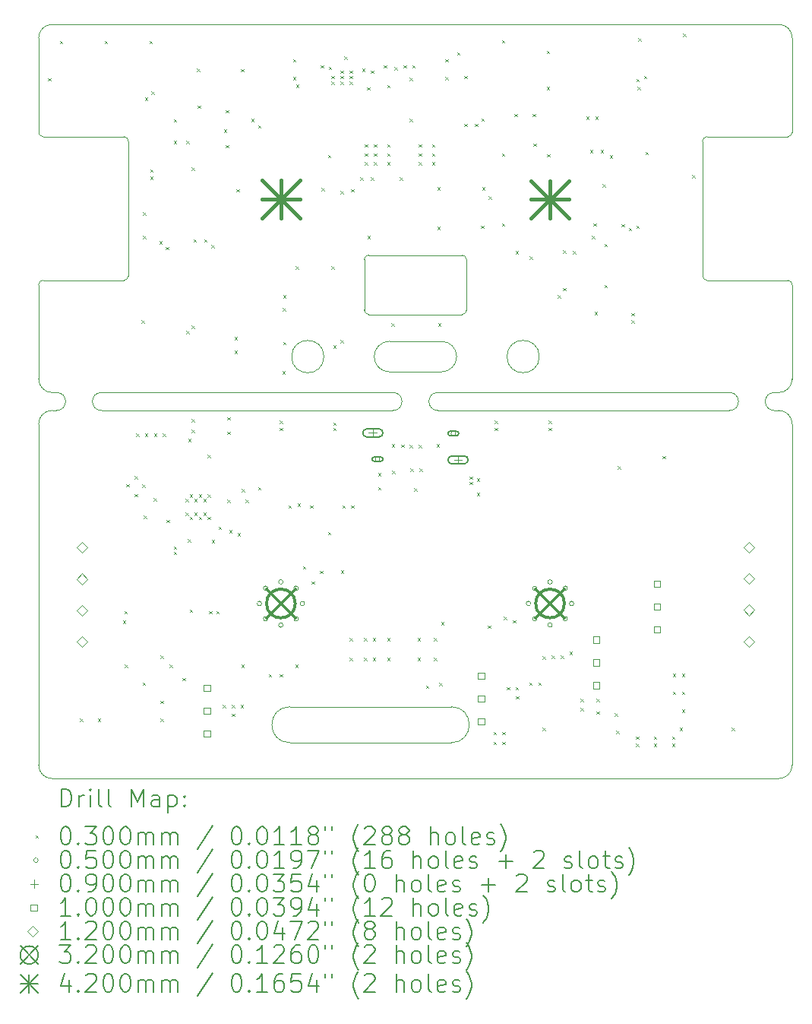
<source format=gbr>
%TF.GenerationSoftware,KiCad,Pcbnew,6.0.10+dfsg-1~bpo11+1*%
%TF.ProjectId,project,70726f6a-6563-4742-9e6b-696361645f70,rev?*%
%TF.SameCoordinates,Original*%
%TF.FileFunction,Drillmap*%
%TF.FilePolarity,Positive*%
%FSLAX45Y45*%
G04 Gerber Fmt 4.5, Leading zero omitted, Abs format (unit mm)*
%MOMM*%
%LPD*%
G01*
G04 APERTURE LIST*
%ADD10C,0.100000*%
%ADD11C,0.200000*%
%ADD12C,0.030000*%
%ADD13C,0.050000*%
%ADD14C,0.090000*%
%ADD15C,0.120000*%
%ADD16C,0.320000*%
%ADD17C,0.420000*%
G04 APERTURE END LIST*
D10*
X20826250Y-11153750D02*
G75*
G03*
X20826250Y-11353750I0J-100000D01*
G01*
X12776250Y-7053750D02*
G75*
G03*
X12626250Y-7203750I0J-150000D01*
G01*
X12776250Y-11353750D02*
X12826250Y-11353750D01*
X17226250Y-15053750D02*
G75*
G03*
X17226250Y-14653750I0J200000D01*
G01*
X17116250Y-10923750D02*
G75*
G03*
X17116250Y-10583750I300J170000D01*
G01*
X13326250Y-11353750D02*
X16576250Y-11353750D01*
X17346250Y-10283750D02*
X16306250Y-10283750D01*
X16536250Y-10583750D02*
G75*
G03*
X16536250Y-10923750I-300J-170000D01*
G01*
X21026250Y-7203750D02*
G75*
G03*
X20876250Y-7053750I-150000J0D01*
G01*
X12626250Y-9953750D02*
X12626250Y-11003750D01*
X16576250Y-11153750D02*
X13326250Y-11153750D01*
X20026250Y-9853750D02*
X20026250Y-8353750D01*
X20876250Y-15453750D02*
G75*
G03*
X21026250Y-15303750I0J150000D01*
G01*
X20326250Y-11153750D02*
X17076250Y-11153750D01*
X12626250Y-15303750D02*
X12626250Y-11503750D01*
X20076250Y-8303750D02*
X20976250Y-8303750D01*
X21026250Y-11503750D02*
X21026250Y-15303750D01*
X12776250Y-11353750D02*
G75*
G03*
X12626250Y-11503750I0J-150000D01*
G01*
X20876250Y-7053750D02*
X12776250Y-7053750D01*
X18206250Y-10753750D02*
G75*
G03*
X18206250Y-10753750I-180000J0D01*
G01*
X13326250Y-11153750D02*
G75*
G03*
X13326250Y-11353750I0J-100000D01*
G01*
X16256250Y-10233750D02*
X16256250Y-9673750D01*
X17396250Y-9673750D02*
G75*
G03*
X17346250Y-9623750I-50000J0D01*
G01*
X20976250Y-9903750D02*
X20076250Y-9903750D01*
X16306250Y-9623750D02*
G75*
G03*
X16256250Y-9673750I0J-50000D01*
G01*
X15806250Y-10753750D02*
G75*
G03*
X15806250Y-10753750I-180000J0D01*
G01*
X13576250Y-9903750D02*
G75*
G03*
X13626250Y-9853750I0J50000D01*
G01*
X17346250Y-10283750D02*
G75*
G03*
X17396250Y-10233750I0J50000D01*
G01*
X16536250Y-10583750D02*
X17116250Y-10583750D01*
X20026250Y-9853750D02*
G75*
G03*
X20076250Y-9903750I50000J0D01*
G01*
X13576250Y-9903750D02*
X12676250Y-9903750D01*
X17076250Y-11353750D02*
X20326250Y-11353750D01*
X12626250Y-11003750D02*
G75*
G03*
X12776250Y-11153750I150000J0D01*
G01*
X21026250Y-8253750D02*
X21026250Y-7203750D01*
X17226250Y-15053750D02*
X15426250Y-15053750D01*
X12626250Y-8253750D02*
G75*
G03*
X12676250Y-8303750I50000J0D01*
G01*
X20876250Y-11153750D02*
X20826250Y-11153750D01*
X12626250Y-15303750D02*
G75*
G03*
X12776250Y-15453750I150000J0D01*
G01*
X17116250Y-10923750D02*
X16536250Y-10923750D01*
X15426250Y-14653750D02*
X17226250Y-14653750D01*
X16576250Y-11353750D02*
G75*
G03*
X16576250Y-11153750I0J100000D01*
G01*
X12676250Y-9903750D02*
G75*
G03*
X12626250Y-9953750I0J-50000D01*
G01*
X20826250Y-11353750D02*
X20876250Y-11353750D01*
X20076250Y-8303750D02*
G75*
G03*
X20026250Y-8353750I0J-50000D01*
G01*
X20326250Y-11353750D02*
G75*
G03*
X20326250Y-11153750I0J100000D01*
G01*
X17396250Y-9673750D02*
X17396250Y-10233750D01*
X20876250Y-11153750D02*
G75*
G03*
X21026250Y-11003750I0J150000D01*
G01*
X13626250Y-8353750D02*
X13626250Y-9853750D01*
X12826250Y-11353750D02*
G75*
G03*
X12826250Y-11153750I0J100000D01*
G01*
X17076250Y-11153750D02*
G75*
G03*
X17076250Y-11353750I0J-100000D01*
G01*
X12626250Y-7203750D02*
X12626250Y-8253750D01*
X15426250Y-14653750D02*
G75*
G03*
X15426250Y-15053750I0J-200000D01*
G01*
X21026250Y-11503750D02*
G75*
G03*
X20876250Y-11353750I-150000J0D01*
G01*
X20976250Y-8303750D02*
G75*
G03*
X21026250Y-8253750I0J50000D01*
G01*
X13626250Y-8353750D02*
G75*
G03*
X13576250Y-8303750I-50000J0D01*
G01*
X21026250Y-9953750D02*
X21026250Y-11003750D01*
X16306250Y-9623750D02*
X17346250Y-9623750D01*
X12776250Y-11153750D02*
X12826250Y-11153750D01*
X12676250Y-8303750D02*
X13576250Y-8303750D01*
X16256250Y-10233750D02*
G75*
G03*
X16306250Y-10283750I50000J0D01*
G01*
X20876250Y-15453750D02*
X12776250Y-15453750D01*
X21026250Y-9953750D02*
G75*
G03*
X20976250Y-9903750I-50000J0D01*
G01*
D11*
D12*
X12731250Y-7651250D02*
X12761250Y-7681250D01*
X12761250Y-7651250D02*
X12731250Y-7681250D01*
X12861250Y-7238750D02*
X12891250Y-7268750D01*
X12891250Y-7238750D02*
X12861250Y-7268750D01*
X13085000Y-14785000D02*
X13115000Y-14815000D01*
X13115000Y-14785000D02*
X13085000Y-14815000D01*
X13285000Y-14785000D02*
X13315000Y-14815000D01*
X13315000Y-14785000D02*
X13285000Y-14815000D01*
X13361250Y-7238750D02*
X13391250Y-7268750D01*
X13391250Y-7238750D02*
X13361250Y-7268750D01*
X13564717Y-13695283D02*
X13594717Y-13725283D01*
X13594717Y-13695283D02*
X13564717Y-13725283D01*
X13581300Y-13588750D02*
X13611300Y-13618750D01*
X13611300Y-13588750D02*
X13581300Y-13618750D01*
X13585000Y-14185000D02*
X13615000Y-14215000D01*
X13615000Y-14185000D02*
X13585000Y-14215000D01*
X13605000Y-12175000D02*
X13635000Y-12205000D01*
X13635000Y-12175000D02*
X13605000Y-12205000D01*
X13695000Y-12085000D02*
X13725000Y-12115000D01*
X13725000Y-12085000D02*
X13695000Y-12115000D01*
X13695000Y-12285000D02*
X13725000Y-12315000D01*
X13725000Y-12285000D02*
X13695000Y-12315000D01*
X13711250Y-11608750D02*
X13741250Y-11638750D01*
X13741250Y-11608750D02*
X13711250Y-11638750D01*
X13771250Y-10348750D02*
X13801250Y-10378750D01*
X13801250Y-10348750D02*
X13771250Y-10378750D01*
X13781250Y-12178750D02*
X13811250Y-12208750D01*
X13811250Y-12178750D02*
X13781250Y-12208750D01*
X13785000Y-14385000D02*
X13815000Y-14415000D01*
X13815000Y-14385000D02*
X13785000Y-14415000D01*
X13791250Y-9148750D02*
X13821250Y-9178750D01*
X13821250Y-9148750D02*
X13791250Y-9178750D01*
X13791250Y-9408750D02*
X13821250Y-9438750D01*
X13821250Y-9408750D02*
X13791250Y-9438750D01*
X13796850Y-12524350D02*
X13826850Y-12554350D01*
X13826850Y-12524350D02*
X13796850Y-12554350D01*
X13811250Y-7868750D02*
X13841250Y-7898750D01*
X13841250Y-7868750D02*
X13811250Y-7898750D01*
X13811250Y-11608750D02*
X13841250Y-11638750D01*
X13841250Y-11608750D02*
X13811250Y-11638750D01*
X13861250Y-7238750D02*
X13891250Y-7268750D01*
X13891250Y-7238750D02*
X13861250Y-7268750D01*
X13871250Y-8668750D02*
X13901250Y-8698750D01*
X13901250Y-8668750D02*
X13871250Y-8698750D01*
X13871250Y-8748750D02*
X13901250Y-8778750D01*
X13901250Y-8748750D02*
X13871250Y-8778750D01*
X13881200Y-7798700D02*
X13911200Y-7828700D01*
X13911200Y-7798700D02*
X13881200Y-7828700D01*
X13909896Y-12330050D02*
X13939896Y-12360050D01*
X13939896Y-12330050D02*
X13909896Y-12360050D01*
X13911250Y-11608750D02*
X13941250Y-11638750D01*
X13941250Y-11608750D02*
X13911250Y-11638750D01*
X13971250Y-9468750D02*
X14001250Y-9498750D01*
X14001250Y-9468750D02*
X13971250Y-9498750D01*
X13985000Y-14085000D02*
X14015000Y-14115000D01*
X14015000Y-14085000D02*
X13985000Y-14115000D01*
X13985000Y-14585000D02*
X14015000Y-14615000D01*
X14015000Y-14585000D02*
X13985000Y-14615000D01*
X13985000Y-14785000D02*
X14015000Y-14815000D01*
X14015000Y-14785000D02*
X13985000Y-14815000D01*
X14011250Y-11608750D02*
X14041250Y-11638750D01*
X14041250Y-11608750D02*
X14011250Y-11638750D01*
X14041200Y-9532354D02*
X14071200Y-9562354D01*
X14071200Y-9532354D02*
X14041200Y-9562354D01*
X14049867Y-12569950D02*
X14079867Y-12599950D01*
X14079867Y-12569950D02*
X14049867Y-12599950D01*
X14085000Y-14185000D02*
X14115000Y-14215000D01*
X14115000Y-14185000D02*
X14085000Y-14215000D01*
X14130800Y-8348750D02*
X14160800Y-8378750D01*
X14160800Y-8348750D02*
X14130800Y-8378750D01*
X14131250Y-8108750D02*
X14161250Y-8138750D01*
X14161250Y-8108750D02*
X14131250Y-8138750D01*
X14131250Y-12868750D02*
X14161250Y-12898750D01*
X14161250Y-12868750D02*
X14131250Y-12898750D01*
X14131250Y-12928750D02*
X14161250Y-12958750D01*
X14161250Y-12928750D02*
X14131250Y-12958750D01*
X14228750Y-14331250D02*
X14258750Y-14361250D01*
X14258750Y-14331250D02*
X14228750Y-14361250D01*
X14261250Y-12338750D02*
X14291250Y-12368750D01*
X14291250Y-12338750D02*
X14261250Y-12368750D01*
X14261250Y-12488750D02*
X14291250Y-12518750D01*
X14291250Y-12488750D02*
X14261250Y-12518750D01*
X14271250Y-8348750D02*
X14301250Y-8378750D01*
X14301250Y-8348750D02*
X14271250Y-8378750D01*
X14271788Y-10469288D02*
X14301788Y-10499288D01*
X14301788Y-10469288D02*
X14271788Y-10499288D01*
X14290050Y-12788750D02*
X14320050Y-12818750D01*
X14320050Y-12788750D02*
X14290050Y-12818750D01*
X14291250Y-11668750D02*
X14321250Y-11698750D01*
X14321250Y-11668750D02*
X14291250Y-11698750D01*
X14308250Y-13568750D02*
X14338250Y-13598750D01*
X14338250Y-13568750D02*
X14308250Y-13598750D01*
X14311250Y-12288750D02*
X14341250Y-12318750D01*
X14341250Y-12288750D02*
X14311250Y-12318750D01*
X14311250Y-12538750D02*
X14341250Y-12568750D01*
X14341250Y-12538750D02*
X14311250Y-12568750D01*
X14331250Y-8648750D02*
X14361250Y-8678750D01*
X14361250Y-8648750D02*
X14331250Y-8678750D01*
X14331250Y-10408750D02*
X14361250Y-10438750D01*
X14361250Y-10408750D02*
X14331250Y-10438750D01*
X14331250Y-11448750D02*
X14361250Y-11478750D01*
X14361250Y-11448750D02*
X14331250Y-11478750D01*
X14331250Y-11568750D02*
X14361250Y-11598750D01*
X14361250Y-11568750D02*
X14331250Y-11598750D01*
X14351250Y-9448750D02*
X14381250Y-9478750D01*
X14381250Y-9448750D02*
X14351250Y-9478750D01*
X14361250Y-12338750D02*
X14391250Y-12368750D01*
X14391250Y-12338750D02*
X14361250Y-12368750D01*
X14361250Y-12488750D02*
X14391250Y-12518750D01*
X14391250Y-12488750D02*
X14361250Y-12518750D01*
X14391250Y-7548750D02*
X14421250Y-7578750D01*
X14421250Y-7548750D02*
X14391250Y-7578750D01*
X14401250Y-7958750D02*
X14431250Y-7988750D01*
X14431250Y-7958750D02*
X14401250Y-7988750D01*
X14411250Y-12288750D02*
X14441250Y-12318750D01*
X14441250Y-12288750D02*
X14411250Y-12318750D01*
X14411250Y-12538750D02*
X14441250Y-12568750D01*
X14441250Y-12538750D02*
X14411250Y-12568750D01*
X14461250Y-12338750D02*
X14491250Y-12368750D01*
X14491250Y-12338750D02*
X14461250Y-12368750D01*
X14461250Y-12488750D02*
X14491250Y-12518750D01*
X14491250Y-12488750D02*
X14461250Y-12518750D01*
X14471250Y-9448750D02*
X14501250Y-9478750D01*
X14501250Y-9448750D02*
X14471250Y-9478750D01*
X14511250Y-11848750D02*
X14541250Y-11878750D01*
X14541250Y-11848750D02*
X14511250Y-11878750D01*
X14511250Y-12288750D02*
X14541250Y-12318750D01*
X14541250Y-12288750D02*
X14511250Y-12318750D01*
X14511250Y-12538750D02*
X14541250Y-12568750D01*
X14541250Y-12538750D02*
X14511250Y-12568750D01*
X14528250Y-13588750D02*
X14558250Y-13618750D01*
X14558250Y-13588750D02*
X14528250Y-13618750D01*
X14551250Y-9508750D02*
X14581250Y-9538750D01*
X14581250Y-9508750D02*
X14551250Y-9538750D01*
X14556040Y-12793960D02*
X14586040Y-12823960D01*
X14586040Y-12793960D02*
X14556040Y-12823960D01*
X14608250Y-13588750D02*
X14638250Y-13618750D01*
X14638250Y-13588750D02*
X14608250Y-13618750D01*
X14631250Y-12648750D02*
X14661250Y-12678750D01*
X14661250Y-12648750D02*
X14631250Y-12678750D01*
X14678750Y-14631250D02*
X14708750Y-14661250D01*
X14708750Y-14631250D02*
X14678750Y-14661250D01*
X14691250Y-8223800D02*
X14721250Y-8253800D01*
X14721250Y-8223800D02*
X14691250Y-8253800D01*
X14711250Y-8008750D02*
X14741250Y-8038750D01*
X14741250Y-8008750D02*
X14711250Y-8038750D01*
X14711250Y-8398700D02*
X14741250Y-8428700D01*
X14741250Y-8398700D02*
X14711250Y-8428700D01*
X14731250Y-11428750D02*
X14761250Y-11458750D01*
X14761250Y-11428750D02*
X14731250Y-11458750D01*
X14731250Y-11588750D02*
X14761250Y-11618750D01*
X14761250Y-11588750D02*
X14731250Y-11618750D01*
X14731250Y-12348750D02*
X14761250Y-12378750D01*
X14761250Y-12348750D02*
X14731250Y-12378750D01*
X14751178Y-12687602D02*
X14781178Y-12717602D01*
X14781178Y-12687602D02*
X14751178Y-12717602D01*
X14778750Y-14631250D02*
X14808750Y-14661250D01*
X14808750Y-14631250D02*
X14778750Y-14661250D01*
X14778750Y-14731250D02*
X14808750Y-14761250D01*
X14808750Y-14731250D02*
X14778750Y-14761250D01*
X14811250Y-10533800D02*
X14841250Y-10563800D01*
X14841250Y-10533800D02*
X14811250Y-10563800D01*
X14811250Y-10688750D02*
X14841250Y-10718750D01*
X14841250Y-10688750D02*
X14811250Y-10718750D01*
X14831250Y-8888750D02*
X14861250Y-8918750D01*
X14861250Y-8888750D02*
X14831250Y-8918750D01*
X14842450Y-12719950D02*
X14872450Y-12749950D01*
X14872450Y-12719950D02*
X14842450Y-12749950D01*
X14878750Y-14631250D02*
X14908750Y-14661250D01*
X14908750Y-14631250D02*
X14878750Y-14661250D01*
X14880385Y-7549394D02*
X14910385Y-7579394D01*
X14910385Y-7549394D02*
X14880385Y-7579394D01*
X14885000Y-14185000D02*
X14915000Y-14215000D01*
X14915000Y-14185000D02*
X14885000Y-14215000D01*
X14891250Y-12228750D02*
X14921250Y-12258750D01*
X14921250Y-12228750D02*
X14891250Y-12258750D01*
X14931250Y-12348750D02*
X14961250Y-12378750D01*
X14961250Y-12348750D02*
X14931250Y-12378750D01*
X14996381Y-8103619D02*
X15026381Y-8133619D01*
X15026381Y-8103619D02*
X14996381Y-8133619D01*
X15071250Y-12208750D02*
X15101250Y-12238750D01*
X15101250Y-12208750D02*
X15071250Y-12238750D01*
X15071406Y-8178644D02*
X15101406Y-8208644D01*
X15101406Y-8178644D02*
X15071406Y-8208644D01*
X15191023Y-14289204D02*
X15221023Y-14319204D01*
X15221023Y-14289204D02*
X15191023Y-14319204D01*
X15311250Y-11468750D02*
X15341250Y-11498750D01*
X15341250Y-11468750D02*
X15311250Y-11498750D01*
X15311250Y-11548750D02*
X15341250Y-11578750D01*
X15341250Y-11548750D02*
X15311250Y-11578750D01*
X15311250Y-14288750D02*
X15341250Y-14318750D01*
X15341250Y-14288750D02*
X15311250Y-14318750D01*
X15342602Y-10917398D02*
X15372602Y-10947398D01*
X15372602Y-10917398D02*
X15342602Y-10947398D01*
X15346250Y-10213750D02*
X15376250Y-10243750D01*
X15376250Y-10213750D02*
X15346250Y-10243750D01*
X15351250Y-10068750D02*
X15381250Y-10098750D01*
X15381250Y-10068750D02*
X15351250Y-10098750D01*
X15351250Y-10588750D02*
X15381250Y-10618750D01*
X15381250Y-10588750D02*
X15351250Y-10618750D01*
X15411250Y-12408750D02*
X15441250Y-12438750D01*
X15441250Y-12408750D02*
X15411250Y-12438750D01*
X15461250Y-7438750D02*
X15491250Y-7468750D01*
X15491250Y-7438750D02*
X15461250Y-7468750D01*
X15461250Y-7638750D02*
X15491250Y-7668750D01*
X15491250Y-7638750D02*
X15461250Y-7668750D01*
X15485000Y-14185000D02*
X15515000Y-14215000D01*
X15515000Y-14185000D02*
X15485000Y-14215000D01*
X15491250Y-9748750D02*
X15521250Y-9778750D01*
X15521250Y-9748750D02*
X15491250Y-9778750D01*
X15496250Y-7723750D02*
X15526250Y-7753750D01*
X15526250Y-7723750D02*
X15496250Y-7753750D01*
X15511250Y-12388750D02*
X15541250Y-12418750D01*
X15541250Y-12388750D02*
X15511250Y-12418750D01*
X15571250Y-13088750D02*
X15601250Y-13118750D01*
X15601250Y-13088750D02*
X15571250Y-13118750D01*
X15651250Y-12408750D02*
X15681250Y-12438750D01*
X15681250Y-12408750D02*
X15651250Y-12438750D01*
X15671250Y-13258700D02*
X15701250Y-13288700D01*
X15701250Y-13258700D02*
X15671250Y-13288700D01*
X15761250Y-13138750D02*
X15791250Y-13168750D01*
X15791250Y-13138750D02*
X15761250Y-13168750D01*
X15771250Y-7508750D02*
X15801250Y-7538750D01*
X15801250Y-7508750D02*
X15771250Y-7538750D01*
X15777500Y-8875000D02*
X15807500Y-8905000D01*
X15807500Y-8875000D02*
X15777500Y-8905000D01*
X15851250Y-8508750D02*
X15881250Y-8538750D01*
X15881250Y-8508750D02*
X15851250Y-8538750D01*
X15851250Y-12708750D02*
X15881250Y-12738750D01*
X15881250Y-12708750D02*
X15851250Y-12738750D01*
X15859690Y-7525206D02*
X15889690Y-7555206D01*
X15889690Y-7525206D02*
X15859690Y-7555206D01*
X15891250Y-7628750D02*
X15921250Y-7658750D01*
X15921250Y-7628750D02*
X15891250Y-7658750D01*
X15891250Y-7688750D02*
X15921250Y-7718750D01*
X15921250Y-7688750D02*
X15891250Y-7718750D01*
X15891250Y-9748750D02*
X15921250Y-9778750D01*
X15921250Y-9748750D02*
X15891250Y-9778750D01*
X15911250Y-10628750D02*
X15941250Y-10658750D01*
X15941250Y-10628750D02*
X15911250Y-10658750D01*
X15911250Y-11488750D02*
X15941250Y-11518750D01*
X15941250Y-11488750D02*
X15911250Y-11518750D01*
X15911250Y-11548750D02*
X15941250Y-11578750D01*
X15941250Y-11548750D02*
X15911250Y-11578750D01*
X15991250Y-7568750D02*
X16021250Y-7598750D01*
X16021250Y-7568750D02*
X15991250Y-7598750D01*
X15991250Y-7628750D02*
X16021250Y-7658750D01*
X16021250Y-7628750D02*
X15991250Y-7658750D01*
X15991250Y-7688750D02*
X16021250Y-7718750D01*
X16021250Y-7688750D02*
X15991250Y-7718750D01*
X15991250Y-8908750D02*
X16021250Y-8938750D01*
X16021250Y-8908750D02*
X15991250Y-8938750D01*
X15991250Y-10568750D02*
X16021250Y-10598750D01*
X16021250Y-10568750D02*
X15991250Y-10598750D01*
X15996225Y-13133725D02*
X16026225Y-13163725D01*
X16026225Y-13133725D02*
X15996225Y-13163725D01*
X16011250Y-12408750D02*
X16041250Y-12438750D01*
X16041250Y-12408750D02*
X16011250Y-12438750D01*
X16031250Y-7408750D02*
X16061250Y-7438750D01*
X16061250Y-7408750D02*
X16031250Y-7438750D01*
X16091250Y-7568750D02*
X16121250Y-7598750D01*
X16121250Y-7568750D02*
X16091250Y-7598750D01*
X16091250Y-7628750D02*
X16121250Y-7658750D01*
X16121250Y-7628750D02*
X16091250Y-7658750D01*
X16091250Y-7688750D02*
X16121250Y-7718750D01*
X16121250Y-7688750D02*
X16091250Y-7718750D01*
X16091250Y-13888750D02*
X16121250Y-13918750D01*
X16121250Y-13888750D02*
X16091250Y-13918750D01*
X16091250Y-14108750D02*
X16121250Y-14138750D01*
X16121250Y-14108750D02*
X16091250Y-14138750D01*
X16111250Y-8888750D02*
X16141250Y-8918750D01*
X16141250Y-8888750D02*
X16111250Y-8918750D01*
X16111250Y-12408750D02*
X16141250Y-12438750D01*
X16141250Y-12408750D02*
X16111250Y-12438750D01*
X16211250Y-8758700D02*
X16241250Y-8788700D01*
X16241250Y-8758700D02*
X16211250Y-8788700D01*
X16231250Y-7548750D02*
X16261250Y-7578750D01*
X16261250Y-7548750D02*
X16231250Y-7578750D01*
X16251250Y-13888750D02*
X16281250Y-13918750D01*
X16281250Y-13888750D02*
X16251250Y-13918750D01*
X16251250Y-14108750D02*
X16281250Y-14138750D01*
X16281250Y-14108750D02*
X16251250Y-14138750D01*
X16261250Y-8388750D02*
X16291250Y-8418750D01*
X16291250Y-8388750D02*
X16261250Y-8418750D01*
X16261250Y-8488750D02*
X16291250Y-8518750D01*
X16291250Y-8488750D02*
X16261250Y-8518750D01*
X16261250Y-8588750D02*
X16291250Y-8618750D01*
X16291250Y-8588750D02*
X16261250Y-8618750D01*
X16285886Y-7755204D02*
X16315886Y-7785204D01*
X16315886Y-7755204D02*
X16285886Y-7785204D01*
X16291250Y-9408750D02*
X16321250Y-9438750D01*
X16321250Y-9408750D02*
X16291250Y-9438750D01*
X16331250Y-7568750D02*
X16361250Y-7598750D01*
X16361250Y-7568750D02*
X16331250Y-7598750D01*
X16331250Y-8758700D02*
X16361250Y-8788700D01*
X16361250Y-8758700D02*
X16331250Y-8788700D01*
X16351250Y-13888750D02*
X16381250Y-13918750D01*
X16381250Y-13888750D02*
X16351250Y-13918750D01*
X16351250Y-14108750D02*
X16381250Y-14138750D01*
X16381250Y-14108750D02*
X16351250Y-14138750D01*
X16361250Y-8388750D02*
X16391250Y-8418750D01*
X16391250Y-8388750D02*
X16361250Y-8418750D01*
X16361250Y-8488750D02*
X16391250Y-8518750D01*
X16391250Y-8488750D02*
X16361250Y-8518750D01*
X16361250Y-8588750D02*
X16391250Y-8618750D01*
X16391250Y-8588750D02*
X16361250Y-8618750D01*
X16411250Y-12048750D02*
X16441250Y-12078750D01*
X16441250Y-12048750D02*
X16411250Y-12078750D01*
X16411250Y-12208750D02*
X16441250Y-12238750D01*
X16441250Y-12208750D02*
X16411250Y-12238750D01*
X16471250Y-7508750D02*
X16501250Y-7538750D01*
X16501250Y-7508750D02*
X16471250Y-7538750D01*
X16511250Y-7728750D02*
X16541250Y-7758750D01*
X16541250Y-7728750D02*
X16511250Y-7758750D01*
X16511250Y-8388750D02*
X16541250Y-8418750D01*
X16541250Y-8388750D02*
X16511250Y-8418750D01*
X16511250Y-8488750D02*
X16541250Y-8518750D01*
X16541250Y-8488750D02*
X16511250Y-8518750D01*
X16511250Y-8588750D02*
X16541250Y-8618750D01*
X16541250Y-8588750D02*
X16511250Y-8618750D01*
X16511250Y-13888750D02*
X16541250Y-13918750D01*
X16541250Y-13888750D02*
X16511250Y-13918750D01*
X16511250Y-14108750D02*
X16541250Y-14138750D01*
X16541250Y-14108750D02*
X16511250Y-14138750D01*
X16556750Y-10383250D02*
X16586750Y-10413250D01*
X16586750Y-10383250D02*
X16556750Y-10413250D01*
X16561250Y-11728750D02*
X16591250Y-11758750D01*
X16591250Y-11728750D02*
X16561250Y-11758750D01*
X16565000Y-12025283D02*
X16595000Y-12055283D01*
X16595000Y-12025283D02*
X16565000Y-12055283D01*
X16591250Y-7528750D02*
X16621250Y-7558750D01*
X16621250Y-7528750D02*
X16591250Y-7558750D01*
X16651250Y-8758700D02*
X16681250Y-8788700D01*
X16681250Y-8758700D02*
X16651250Y-8788700D01*
X16666788Y-11734288D02*
X16696788Y-11764288D01*
X16696788Y-11734288D02*
X16666788Y-11764288D01*
X16691250Y-7508750D02*
X16721250Y-7538750D01*
X16721250Y-7508750D02*
X16691250Y-7538750D01*
X16761200Y-7646250D02*
X16791200Y-7676250D01*
X16791200Y-7646250D02*
X16761200Y-7676250D01*
X16761200Y-8103800D02*
X16791200Y-8133800D01*
X16791200Y-8103800D02*
X16761200Y-8133800D01*
X16761250Y-11738750D02*
X16791250Y-11768750D01*
X16791250Y-11738750D02*
X16761250Y-11768750D01*
X16771788Y-11999288D02*
X16801788Y-12029288D01*
X16801788Y-11999288D02*
X16771788Y-12029288D01*
X16791250Y-7508750D02*
X16821250Y-7538750D01*
X16821250Y-7508750D02*
X16791250Y-7538750D01*
X16811250Y-12218750D02*
X16841250Y-12248750D01*
X16841250Y-12218750D02*
X16811250Y-12248750D01*
X16851250Y-13888750D02*
X16881250Y-13918750D01*
X16881250Y-13888750D02*
X16851250Y-13918750D01*
X16851250Y-14108750D02*
X16881250Y-14138750D01*
X16881250Y-14108750D02*
X16851250Y-14138750D01*
X16861250Y-8388750D02*
X16891250Y-8418750D01*
X16891250Y-8388750D02*
X16861250Y-8418750D01*
X16861250Y-8488750D02*
X16891250Y-8518750D01*
X16891250Y-8488750D02*
X16861250Y-8518750D01*
X16861250Y-8588750D02*
X16891250Y-8618750D01*
X16891250Y-8588750D02*
X16861250Y-8618750D01*
X16861250Y-11738750D02*
X16891250Y-11768750D01*
X16891250Y-11738750D02*
X16861250Y-11768750D01*
X16871250Y-11998750D02*
X16901250Y-12028750D01*
X16901250Y-11998750D02*
X16871250Y-12028750D01*
X16944717Y-14415283D02*
X16974717Y-14445283D01*
X16974717Y-14415283D02*
X16944717Y-14445283D01*
X17011250Y-8388750D02*
X17041250Y-8418750D01*
X17041250Y-8388750D02*
X17011250Y-8418750D01*
X17011250Y-8488750D02*
X17041250Y-8518750D01*
X17041250Y-8488750D02*
X17011250Y-8518750D01*
X17011250Y-8588750D02*
X17041250Y-8618750D01*
X17041250Y-8588750D02*
X17011250Y-8618750D01*
X17031250Y-13888750D02*
X17061250Y-13918750D01*
X17061250Y-13888750D02*
X17031250Y-13918750D01*
X17031250Y-14108750D02*
X17061250Y-14138750D01*
X17061250Y-14108750D02*
X17031250Y-14138750D01*
X17061250Y-11728750D02*
X17091250Y-11758750D01*
X17091250Y-11728750D02*
X17061250Y-11758750D01*
X17071250Y-8868700D02*
X17101250Y-8898700D01*
X17101250Y-8868700D02*
X17071250Y-8898700D01*
X17071250Y-9308750D02*
X17101250Y-9338750D01*
X17101250Y-9308750D02*
X17071250Y-9338750D01*
X17076750Y-10383250D02*
X17106750Y-10413250D01*
X17106750Y-10383250D02*
X17076750Y-10413250D01*
X17091250Y-14388750D02*
X17121250Y-14418750D01*
X17121250Y-14388750D02*
X17091250Y-14418750D01*
X17111250Y-13708750D02*
X17141250Y-13738750D01*
X17141250Y-13708750D02*
X17111250Y-13738750D01*
X17161250Y-7438750D02*
X17191250Y-7468750D01*
X17191250Y-7438750D02*
X17161250Y-7468750D01*
X17161250Y-7638750D02*
X17191250Y-7668750D01*
X17191250Y-7638750D02*
X17161250Y-7668750D01*
X17291250Y-7363700D02*
X17321250Y-7393700D01*
X17321250Y-7363700D02*
X17291250Y-7393700D01*
X17371250Y-7628750D02*
X17401250Y-7658750D01*
X17401250Y-7628750D02*
X17371250Y-7658750D01*
X17371250Y-8158800D02*
X17401250Y-8188800D01*
X17401250Y-8158800D02*
X17371250Y-8188800D01*
X17431250Y-12088750D02*
X17461250Y-12118750D01*
X17461250Y-12088750D02*
X17431250Y-12118750D01*
X17431250Y-12148750D02*
X17461250Y-12178750D01*
X17461250Y-12148750D02*
X17431250Y-12178750D01*
X17491250Y-8158800D02*
X17521250Y-8188800D01*
X17521250Y-8158800D02*
X17491250Y-8188800D01*
X17511250Y-12108750D02*
X17541250Y-12138750D01*
X17541250Y-12108750D02*
X17511250Y-12138750D01*
X17511250Y-12268750D02*
X17541250Y-12298750D01*
X17541250Y-12268750D02*
X17511250Y-12298750D01*
X17556250Y-9293750D02*
X17586250Y-9323750D01*
X17586250Y-9293750D02*
X17556250Y-9323750D01*
X17561709Y-8099159D02*
X17591709Y-8129159D01*
X17591709Y-8099159D02*
X17561709Y-8129159D01*
X17571250Y-8868750D02*
X17601250Y-8898750D01*
X17601250Y-8868750D02*
X17571250Y-8898750D01*
X17631250Y-13748750D02*
X17661250Y-13778750D01*
X17661250Y-13748750D02*
X17631250Y-13778750D01*
X17641200Y-8968750D02*
X17671200Y-8998750D01*
X17671200Y-8968750D02*
X17641200Y-8998750D01*
X17695000Y-14935000D02*
X17725000Y-14965000D01*
X17725000Y-14935000D02*
X17695000Y-14965000D01*
X17695000Y-15042500D02*
X17725000Y-15072500D01*
X17725000Y-15042500D02*
X17695000Y-15072500D01*
X17711250Y-11468750D02*
X17741250Y-11498750D01*
X17741250Y-11468750D02*
X17711250Y-11498750D01*
X17711250Y-11548750D02*
X17741250Y-11578750D01*
X17741250Y-11548750D02*
X17711250Y-11578750D01*
X17791250Y-7228750D02*
X17821250Y-7258750D01*
X17821250Y-7228750D02*
X17791250Y-7258750D01*
X17791250Y-8488750D02*
X17821250Y-8518750D01*
X17821250Y-8488750D02*
X17791250Y-8518750D01*
X17791250Y-9268750D02*
X17821250Y-9298750D01*
X17821250Y-9268750D02*
X17791250Y-9298750D01*
X17795000Y-14935000D02*
X17825000Y-14965000D01*
X17825000Y-14935000D02*
X17795000Y-14965000D01*
X17795000Y-15042500D02*
X17825000Y-15072500D01*
X17825000Y-15042500D02*
X17795000Y-15072500D01*
X17811250Y-13648750D02*
X17841250Y-13678750D01*
X17841250Y-13648750D02*
X17811250Y-13678750D01*
X17845000Y-14435000D02*
X17875000Y-14465000D01*
X17875000Y-14435000D02*
X17845000Y-14465000D01*
X17911250Y-13688750D02*
X17941250Y-13718750D01*
X17941250Y-13688750D02*
X17911250Y-13718750D01*
X17931250Y-8048750D02*
X17961250Y-8078750D01*
X17961250Y-8048750D02*
X17931250Y-8078750D01*
X17940712Y-9579288D02*
X17970712Y-9609288D01*
X17970712Y-9579288D02*
X17940712Y-9609288D01*
X17940789Y-14435926D02*
X17970789Y-14465926D01*
X17970789Y-14435926D02*
X17940789Y-14465926D01*
X17945000Y-14535000D02*
X17975000Y-14565000D01*
X17975000Y-14535000D02*
X17945000Y-14565000D01*
X18095000Y-14385000D02*
X18125000Y-14415000D01*
X18125000Y-14385000D02*
X18095000Y-14415000D01*
X18100174Y-9639826D02*
X18130174Y-9669826D01*
X18130174Y-9639826D02*
X18100174Y-9669826D01*
X18131250Y-8048750D02*
X18161250Y-8078750D01*
X18161250Y-8048750D02*
X18131250Y-8078750D01*
X18141285Y-8378785D02*
X18171285Y-8408785D01*
X18171285Y-8378785D02*
X18141285Y-8408785D01*
X18195000Y-14385000D02*
X18225000Y-14415000D01*
X18225000Y-14385000D02*
X18195000Y-14415000D01*
X18245000Y-14092500D02*
X18275000Y-14122500D01*
X18275000Y-14092500D02*
X18245000Y-14122500D01*
X18245000Y-14885000D02*
X18275000Y-14915000D01*
X18275000Y-14885000D02*
X18245000Y-14915000D01*
X18291250Y-7348750D02*
X18321250Y-7378750D01*
X18321250Y-7348750D02*
X18291250Y-7378750D01*
X18291250Y-7748750D02*
X18321250Y-7778750D01*
X18321250Y-7748750D02*
X18291250Y-7778750D01*
X18295565Y-8498700D02*
X18325565Y-8528700D01*
X18325565Y-8498700D02*
X18295565Y-8528700D01*
X18311250Y-11468750D02*
X18341250Y-11498750D01*
X18341250Y-11468750D02*
X18311250Y-11498750D01*
X18311250Y-11548750D02*
X18341250Y-11578750D01*
X18341250Y-11548750D02*
X18311250Y-11578750D01*
X18345000Y-14085000D02*
X18375000Y-14115000D01*
X18375000Y-14085000D02*
X18345000Y-14115000D01*
X18411250Y-10068750D02*
X18441250Y-10098750D01*
X18441250Y-10068750D02*
X18411250Y-10098750D01*
X18445000Y-14085000D02*
X18475000Y-14115000D01*
X18475000Y-14085000D02*
X18445000Y-14115000D01*
X18471250Y-9568750D02*
X18501250Y-9598750D01*
X18501250Y-9568750D02*
X18471250Y-9598750D01*
X18471250Y-9988750D02*
X18501250Y-10018750D01*
X18501250Y-9988750D02*
X18471250Y-10018750D01*
X18545000Y-14042500D02*
X18575000Y-14072500D01*
X18575000Y-14042500D02*
X18545000Y-14072500D01*
X18581979Y-9579479D02*
X18611979Y-9609479D01*
X18611979Y-9579479D02*
X18581979Y-9609479D01*
X18665000Y-14565000D02*
X18695000Y-14595000D01*
X18695000Y-14565000D02*
X18665000Y-14595000D01*
X18665000Y-14665000D02*
X18695000Y-14695000D01*
X18695000Y-14665000D02*
X18665000Y-14695000D01*
X18731250Y-8078800D02*
X18761250Y-8108800D01*
X18761250Y-8078800D02*
X18731250Y-8108800D01*
X18771250Y-8453750D02*
X18801250Y-8483750D01*
X18801250Y-8453750D02*
X18771250Y-8483750D01*
X18791250Y-9408750D02*
X18821250Y-9438750D01*
X18821250Y-9408750D02*
X18791250Y-9438750D01*
X18811250Y-9268750D02*
X18841250Y-9298750D01*
X18841250Y-9268750D02*
X18811250Y-9298750D01*
X18823286Y-10256714D02*
X18853286Y-10286714D01*
X18853286Y-10256714D02*
X18823286Y-10286714D01*
X18831250Y-8078800D02*
X18861250Y-8108800D01*
X18861250Y-8078800D02*
X18831250Y-8108800D01*
X18845000Y-14565000D02*
X18875000Y-14595000D01*
X18875000Y-14565000D02*
X18845000Y-14595000D01*
X18845000Y-14705000D02*
X18875000Y-14735000D01*
X18875000Y-14705000D02*
X18845000Y-14735000D01*
X18891250Y-8453750D02*
X18921250Y-8483750D01*
X18921250Y-8453750D02*
X18891250Y-8483750D01*
X18911250Y-8833750D02*
X18941250Y-8863750D01*
X18941250Y-8833750D02*
X18911250Y-8863750D01*
X18931250Y-9498800D02*
X18961250Y-9528800D01*
X18961250Y-9498800D02*
X18931250Y-9528800D01*
X18931250Y-9953750D02*
X18961250Y-9983750D01*
X18961250Y-9953750D02*
X18931250Y-9983750D01*
X18991250Y-8513750D02*
X19021250Y-8543750D01*
X19021250Y-8513750D02*
X18991250Y-8543750D01*
X19045000Y-14725000D02*
X19075000Y-14755000D01*
X19075000Y-14725000D02*
X19045000Y-14755000D01*
X19062500Y-14922500D02*
X19092500Y-14952500D01*
X19092500Y-14922500D02*
X19062500Y-14952500D01*
X19082250Y-11975250D02*
X19112250Y-12005250D01*
X19112250Y-11975250D02*
X19082250Y-12005250D01*
X19122626Y-9278396D02*
X19152626Y-9308396D01*
X19152626Y-9278396D02*
X19122626Y-9308396D01*
X19202722Y-9319330D02*
X19232722Y-9349330D01*
X19232722Y-9319330D02*
X19202722Y-9349330D01*
X19231250Y-10268750D02*
X19261250Y-10298750D01*
X19261250Y-10268750D02*
X19231250Y-10298750D01*
X19231250Y-10348750D02*
X19261250Y-10378750D01*
X19261250Y-10348750D02*
X19231250Y-10378750D01*
X19285000Y-14985000D02*
X19315000Y-15015000D01*
X19315000Y-14985000D02*
X19285000Y-15015000D01*
X19285000Y-15065000D02*
X19315000Y-15095000D01*
X19315000Y-15065000D02*
X19285000Y-15095000D01*
X19286939Y-7659962D02*
X19316939Y-7689962D01*
X19316939Y-7659962D02*
X19286939Y-7689962D01*
X19289562Y-9295880D02*
X19319562Y-9325880D01*
X19319562Y-9295880D02*
X19289562Y-9325880D01*
X19301350Y-7748750D02*
X19331350Y-7778750D01*
X19331350Y-7748750D02*
X19301350Y-7778750D01*
X19311250Y-7208700D02*
X19341250Y-7238700D01*
X19341250Y-7208700D02*
X19311250Y-7238700D01*
X19371300Y-7628750D02*
X19401300Y-7658750D01*
X19401300Y-7628750D02*
X19371300Y-7658750D01*
X19391250Y-8473750D02*
X19421250Y-8503750D01*
X19421250Y-8473750D02*
X19391250Y-8503750D01*
X19485000Y-14985000D02*
X19515000Y-15015000D01*
X19515000Y-14985000D02*
X19485000Y-15015000D01*
X19485000Y-15065000D02*
X19515000Y-15095000D01*
X19515000Y-15065000D02*
X19485000Y-15095000D01*
X19578750Y-11858750D02*
X19608750Y-11888750D01*
X19608750Y-11858750D02*
X19578750Y-11888750D01*
X19685000Y-14985000D02*
X19715000Y-15015000D01*
X19715000Y-14985000D02*
X19685000Y-15015000D01*
X19685000Y-15065000D02*
X19715000Y-15095000D01*
X19715000Y-15065000D02*
X19685000Y-15095000D01*
X19695000Y-14285000D02*
X19725000Y-14315000D01*
X19725000Y-14285000D02*
X19695000Y-14315000D01*
X19695000Y-14485000D02*
X19725000Y-14515000D01*
X19725000Y-14485000D02*
X19695000Y-14515000D01*
X19771250Y-14888750D02*
X19801250Y-14918750D01*
X19801250Y-14888750D02*
X19771250Y-14918750D01*
X19795000Y-14285000D02*
X19825000Y-14315000D01*
X19825000Y-14285000D02*
X19795000Y-14315000D01*
X19795000Y-14485000D02*
X19825000Y-14515000D01*
X19825000Y-14485000D02*
X19795000Y-14515000D01*
X19795000Y-14685000D02*
X19825000Y-14715000D01*
X19825000Y-14685000D02*
X19795000Y-14715000D01*
X19811250Y-7158700D02*
X19841250Y-7188700D01*
X19841250Y-7158700D02*
X19811250Y-7188700D01*
X19911250Y-8733750D02*
X19941250Y-8763750D01*
X19941250Y-8733750D02*
X19911250Y-8763750D01*
X20351250Y-14888750D02*
X20381250Y-14918750D01*
X20381250Y-14888750D02*
X20351250Y-14918750D01*
D13*
X15111250Y-13503750D02*
G75*
G03*
X15111250Y-13503750I-25000J0D01*
G01*
X15181544Y-13334044D02*
G75*
G03*
X15181544Y-13334044I-25000J0D01*
G01*
X15181544Y-13673456D02*
G75*
G03*
X15181544Y-13673456I-25000J0D01*
G01*
X15351250Y-13263750D02*
G75*
G03*
X15351250Y-13263750I-25000J0D01*
G01*
X15351250Y-13743750D02*
G75*
G03*
X15351250Y-13743750I-25000J0D01*
G01*
X15520956Y-13334044D02*
G75*
G03*
X15520956Y-13334044I-25000J0D01*
G01*
X15520956Y-13673456D02*
G75*
G03*
X15520956Y-13673456I-25000J0D01*
G01*
X15591250Y-13503750D02*
G75*
G03*
X15591250Y-13503750I-25000J0D01*
G01*
X16428750Y-11896750D02*
G75*
G03*
X16428750Y-11896750I-25000J0D01*
G01*
D11*
X16438750Y-11871750D02*
X16368750Y-11871750D01*
X16438750Y-11921750D02*
X16368750Y-11921750D01*
X16368750Y-11871750D02*
G75*
G03*
X16368750Y-11921750I0J-25000D01*
G01*
X16438750Y-11921750D02*
G75*
G03*
X16438750Y-11871750I0J25000D01*
G01*
D13*
X17273750Y-11610750D02*
G75*
G03*
X17273750Y-11610750I-25000J0D01*
G01*
D11*
X17283750Y-11585750D02*
X17213750Y-11585750D01*
X17283750Y-11635750D02*
X17213750Y-11635750D01*
X17213750Y-11585750D02*
G75*
G03*
X17213750Y-11635750I0J-25000D01*
G01*
X17283750Y-11635750D02*
G75*
G03*
X17283750Y-11585750I0J25000D01*
G01*
D13*
X18111250Y-13503750D02*
G75*
G03*
X18111250Y-13503750I-25000J0D01*
G01*
X18181544Y-13334044D02*
G75*
G03*
X18181544Y-13334044I-25000J0D01*
G01*
X18181544Y-13673456D02*
G75*
G03*
X18181544Y-13673456I-25000J0D01*
G01*
X18351250Y-13263750D02*
G75*
G03*
X18351250Y-13263750I-25000J0D01*
G01*
X18351250Y-13743750D02*
G75*
G03*
X18351250Y-13743750I-25000J0D01*
G01*
X18520956Y-13334044D02*
G75*
G03*
X18520956Y-13334044I-25000J0D01*
G01*
X18520956Y-13673456D02*
G75*
G03*
X18520956Y-13673456I-25000J0D01*
G01*
X18591250Y-13503750D02*
G75*
G03*
X18591250Y-13503750I-25000J0D01*
G01*
D14*
X16351250Y-11558750D02*
X16351250Y-11648750D01*
X16306250Y-11603750D02*
X16396250Y-11603750D01*
D11*
X16418250Y-11558750D02*
X16284250Y-11558750D01*
X16418250Y-11648750D02*
X16284250Y-11648750D01*
X16284250Y-11558750D02*
G75*
G03*
X16284250Y-11648750I0J-45000D01*
G01*
X16418250Y-11648750D02*
G75*
G03*
X16418250Y-11558750I0J45000D01*
G01*
D14*
X17301250Y-11858750D02*
X17301250Y-11948750D01*
X17256250Y-11903750D02*
X17346250Y-11903750D01*
D11*
X17368250Y-11858750D02*
X17234250Y-11858750D01*
X17368250Y-11948750D02*
X17234250Y-11948750D01*
X17234250Y-11858750D02*
G75*
G03*
X17234250Y-11948750I0J-45000D01*
G01*
X17368250Y-11948750D02*
G75*
G03*
X17368250Y-11858750I0J45000D01*
G01*
D10*
X14539106Y-14481356D02*
X14539106Y-14410644D01*
X14468394Y-14410644D01*
X14468394Y-14481356D01*
X14539106Y-14481356D01*
X14539106Y-14735356D02*
X14539106Y-14664644D01*
X14468394Y-14664644D01*
X14468394Y-14735356D01*
X14539106Y-14735356D01*
X14539106Y-14989356D02*
X14539106Y-14918644D01*
X14468394Y-14918644D01*
X14468394Y-14989356D01*
X14539106Y-14989356D01*
X17595356Y-14342856D02*
X17595356Y-14272144D01*
X17524644Y-14272144D01*
X17524644Y-14342856D01*
X17595356Y-14342856D01*
X17595356Y-14596856D02*
X17595356Y-14526144D01*
X17524644Y-14526144D01*
X17524644Y-14596856D01*
X17595356Y-14596856D01*
X17595356Y-14850856D02*
X17595356Y-14780144D01*
X17524644Y-14780144D01*
X17524644Y-14850856D01*
X17595356Y-14850856D01*
X18875356Y-13942856D02*
X18875356Y-13872144D01*
X18804644Y-13872144D01*
X18804644Y-13942856D01*
X18875356Y-13942856D01*
X18875356Y-14196856D02*
X18875356Y-14126144D01*
X18804644Y-14126144D01*
X18804644Y-14196856D01*
X18875356Y-14196856D01*
X18875356Y-14450856D02*
X18875356Y-14380144D01*
X18804644Y-14380144D01*
X18804644Y-14450856D01*
X18875356Y-14450856D01*
X19555356Y-13321356D02*
X19555356Y-13250644D01*
X19484644Y-13250644D01*
X19484644Y-13321356D01*
X19555356Y-13321356D01*
X19555356Y-13575356D02*
X19555356Y-13504644D01*
X19484644Y-13504644D01*
X19484644Y-13575356D01*
X19555356Y-13575356D01*
X19555356Y-13829356D02*
X19555356Y-13758644D01*
X19484644Y-13758644D01*
X19484644Y-13829356D01*
X19555356Y-13829356D01*
D15*
X13112000Y-12940500D02*
X13172000Y-12880500D01*
X13112000Y-12820500D01*
X13052000Y-12880500D01*
X13112000Y-12940500D01*
X13112000Y-13290500D02*
X13172000Y-13230500D01*
X13112000Y-13170500D01*
X13052000Y-13230500D01*
X13112000Y-13290500D01*
X13112000Y-13640500D02*
X13172000Y-13580500D01*
X13112000Y-13520500D01*
X13052000Y-13580500D01*
X13112000Y-13640500D01*
X13112000Y-13990500D02*
X13172000Y-13930500D01*
X13112000Y-13870500D01*
X13052000Y-13930500D01*
X13112000Y-13990500D01*
X20540500Y-12937000D02*
X20600500Y-12877000D01*
X20540500Y-12817000D01*
X20480500Y-12877000D01*
X20540500Y-12937000D01*
X20540500Y-13287000D02*
X20600500Y-13227000D01*
X20540500Y-13167000D01*
X20480500Y-13227000D01*
X20540500Y-13287000D01*
X20540500Y-13637000D02*
X20600500Y-13577000D01*
X20540500Y-13517000D01*
X20480500Y-13577000D01*
X20540500Y-13637000D01*
X20540500Y-13987000D02*
X20600500Y-13927000D01*
X20540500Y-13867000D01*
X20480500Y-13927000D01*
X20540500Y-13987000D01*
D16*
X15166250Y-13343750D02*
X15486250Y-13663750D01*
X15486250Y-13343750D02*
X15166250Y-13663750D01*
X15486250Y-13503750D02*
G75*
G03*
X15486250Y-13503750I-160000J0D01*
G01*
X18166250Y-13343750D02*
X18486250Y-13663750D01*
X18486250Y-13343750D02*
X18166250Y-13663750D01*
X18486250Y-13503750D02*
G75*
G03*
X18486250Y-13503750I-160000J0D01*
G01*
D17*
X15116250Y-8791250D02*
X15536250Y-9211250D01*
X15536250Y-8791250D02*
X15116250Y-9211250D01*
X15326250Y-8791250D02*
X15326250Y-9211250D01*
X15116250Y-9001250D02*
X15536250Y-9001250D01*
X18116250Y-8793750D02*
X18536250Y-9213750D01*
X18536250Y-8793750D02*
X18116250Y-9213750D01*
X18326250Y-8793750D02*
X18326250Y-9213750D01*
X18116250Y-9003750D02*
X18536250Y-9003750D01*
D11*
X12878869Y-15769226D02*
X12878869Y-15569226D01*
X12926488Y-15569226D01*
X12955059Y-15578750D01*
X12974107Y-15597798D01*
X12983631Y-15616845D01*
X12993155Y-15654940D01*
X12993155Y-15683512D01*
X12983631Y-15721607D01*
X12974107Y-15740655D01*
X12955059Y-15759702D01*
X12926488Y-15769226D01*
X12878869Y-15769226D01*
X13078869Y-15769226D02*
X13078869Y-15635893D01*
X13078869Y-15673988D02*
X13088393Y-15654940D01*
X13097917Y-15645417D01*
X13116964Y-15635893D01*
X13136012Y-15635893D01*
X13202678Y-15769226D02*
X13202678Y-15635893D01*
X13202678Y-15569226D02*
X13193155Y-15578750D01*
X13202678Y-15588274D01*
X13212202Y-15578750D01*
X13202678Y-15569226D01*
X13202678Y-15588274D01*
X13326488Y-15769226D02*
X13307440Y-15759702D01*
X13297917Y-15740655D01*
X13297917Y-15569226D01*
X13431250Y-15769226D02*
X13412202Y-15759702D01*
X13402678Y-15740655D01*
X13402678Y-15569226D01*
X13659821Y-15769226D02*
X13659821Y-15569226D01*
X13726488Y-15712083D01*
X13793155Y-15569226D01*
X13793155Y-15769226D01*
X13974107Y-15769226D02*
X13974107Y-15664464D01*
X13964583Y-15645417D01*
X13945536Y-15635893D01*
X13907440Y-15635893D01*
X13888393Y-15645417D01*
X13974107Y-15759702D02*
X13955059Y-15769226D01*
X13907440Y-15769226D01*
X13888393Y-15759702D01*
X13878869Y-15740655D01*
X13878869Y-15721607D01*
X13888393Y-15702559D01*
X13907440Y-15693036D01*
X13955059Y-15693036D01*
X13974107Y-15683512D01*
X14069345Y-15635893D02*
X14069345Y-15835893D01*
X14069345Y-15645417D02*
X14088393Y-15635893D01*
X14126488Y-15635893D01*
X14145536Y-15645417D01*
X14155059Y-15654940D01*
X14164583Y-15673988D01*
X14164583Y-15731131D01*
X14155059Y-15750178D01*
X14145536Y-15759702D01*
X14126488Y-15769226D01*
X14088393Y-15769226D01*
X14069345Y-15759702D01*
X14250298Y-15750178D02*
X14259821Y-15759702D01*
X14250298Y-15769226D01*
X14240774Y-15759702D01*
X14250298Y-15750178D01*
X14250298Y-15769226D01*
X14250298Y-15645417D02*
X14259821Y-15654940D01*
X14250298Y-15664464D01*
X14240774Y-15654940D01*
X14250298Y-15645417D01*
X14250298Y-15664464D01*
D12*
X12591250Y-16083750D02*
X12621250Y-16113750D01*
X12621250Y-16083750D02*
X12591250Y-16113750D01*
D11*
X12916964Y-15989226D02*
X12936012Y-15989226D01*
X12955059Y-15998750D01*
X12964583Y-16008274D01*
X12974107Y-16027321D01*
X12983631Y-16065417D01*
X12983631Y-16113036D01*
X12974107Y-16151131D01*
X12964583Y-16170178D01*
X12955059Y-16179702D01*
X12936012Y-16189226D01*
X12916964Y-16189226D01*
X12897917Y-16179702D01*
X12888393Y-16170178D01*
X12878869Y-16151131D01*
X12869345Y-16113036D01*
X12869345Y-16065417D01*
X12878869Y-16027321D01*
X12888393Y-16008274D01*
X12897917Y-15998750D01*
X12916964Y-15989226D01*
X13069345Y-16170178D02*
X13078869Y-16179702D01*
X13069345Y-16189226D01*
X13059821Y-16179702D01*
X13069345Y-16170178D01*
X13069345Y-16189226D01*
X13145536Y-15989226D02*
X13269345Y-15989226D01*
X13202678Y-16065417D01*
X13231250Y-16065417D01*
X13250298Y-16074940D01*
X13259821Y-16084464D01*
X13269345Y-16103512D01*
X13269345Y-16151131D01*
X13259821Y-16170178D01*
X13250298Y-16179702D01*
X13231250Y-16189226D01*
X13174107Y-16189226D01*
X13155059Y-16179702D01*
X13145536Y-16170178D01*
X13393155Y-15989226D02*
X13412202Y-15989226D01*
X13431250Y-15998750D01*
X13440774Y-16008274D01*
X13450298Y-16027321D01*
X13459821Y-16065417D01*
X13459821Y-16113036D01*
X13450298Y-16151131D01*
X13440774Y-16170178D01*
X13431250Y-16179702D01*
X13412202Y-16189226D01*
X13393155Y-16189226D01*
X13374107Y-16179702D01*
X13364583Y-16170178D01*
X13355059Y-16151131D01*
X13345536Y-16113036D01*
X13345536Y-16065417D01*
X13355059Y-16027321D01*
X13364583Y-16008274D01*
X13374107Y-15998750D01*
X13393155Y-15989226D01*
X13583631Y-15989226D02*
X13602678Y-15989226D01*
X13621726Y-15998750D01*
X13631250Y-16008274D01*
X13640774Y-16027321D01*
X13650298Y-16065417D01*
X13650298Y-16113036D01*
X13640774Y-16151131D01*
X13631250Y-16170178D01*
X13621726Y-16179702D01*
X13602678Y-16189226D01*
X13583631Y-16189226D01*
X13564583Y-16179702D01*
X13555059Y-16170178D01*
X13545536Y-16151131D01*
X13536012Y-16113036D01*
X13536012Y-16065417D01*
X13545536Y-16027321D01*
X13555059Y-16008274D01*
X13564583Y-15998750D01*
X13583631Y-15989226D01*
X13736012Y-16189226D02*
X13736012Y-16055893D01*
X13736012Y-16074940D02*
X13745536Y-16065417D01*
X13764583Y-16055893D01*
X13793155Y-16055893D01*
X13812202Y-16065417D01*
X13821726Y-16084464D01*
X13821726Y-16189226D01*
X13821726Y-16084464D02*
X13831250Y-16065417D01*
X13850298Y-16055893D01*
X13878869Y-16055893D01*
X13897917Y-16065417D01*
X13907440Y-16084464D01*
X13907440Y-16189226D01*
X14002678Y-16189226D02*
X14002678Y-16055893D01*
X14002678Y-16074940D02*
X14012202Y-16065417D01*
X14031250Y-16055893D01*
X14059821Y-16055893D01*
X14078869Y-16065417D01*
X14088393Y-16084464D01*
X14088393Y-16189226D01*
X14088393Y-16084464D02*
X14097917Y-16065417D01*
X14116964Y-16055893D01*
X14145536Y-16055893D01*
X14164583Y-16065417D01*
X14174107Y-16084464D01*
X14174107Y-16189226D01*
X14564583Y-15979702D02*
X14393155Y-16236845D01*
X14821726Y-15989226D02*
X14840774Y-15989226D01*
X14859821Y-15998750D01*
X14869345Y-16008274D01*
X14878869Y-16027321D01*
X14888393Y-16065417D01*
X14888393Y-16113036D01*
X14878869Y-16151131D01*
X14869345Y-16170178D01*
X14859821Y-16179702D01*
X14840774Y-16189226D01*
X14821726Y-16189226D01*
X14802678Y-16179702D01*
X14793155Y-16170178D01*
X14783631Y-16151131D01*
X14774107Y-16113036D01*
X14774107Y-16065417D01*
X14783631Y-16027321D01*
X14793155Y-16008274D01*
X14802678Y-15998750D01*
X14821726Y-15989226D01*
X14974107Y-16170178D02*
X14983631Y-16179702D01*
X14974107Y-16189226D01*
X14964583Y-16179702D01*
X14974107Y-16170178D01*
X14974107Y-16189226D01*
X15107440Y-15989226D02*
X15126488Y-15989226D01*
X15145536Y-15998750D01*
X15155059Y-16008274D01*
X15164583Y-16027321D01*
X15174107Y-16065417D01*
X15174107Y-16113036D01*
X15164583Y-16151131D01*
X15155059Y-16170178D01*
X15145536Y-16179702D01*
X15126488Y-16189226D01*
X15107440Y-16189226D01*
X15088393Y-16179702D01*
X15078869Y-16170178D01*
X15069345Y-16151131D01*
X15059821Y-16113036D01*
X15059821Y-16065417D01*
X15069345Y-16027321D01*
X15078869Y-16008274D01*
X15088393Y-15998750D01*
X15107440Y-15989226D01*
X15364583Y-16189226D02*
X15250298Y-16189226D01*
X15307440Y-16189226D02*
X15307440Y-15989226D01*
X15288393Y-16017798D01*
X15269345Y-16036845D01*
X15250298Y-16046369D01*
X15555059Y-16189226D02*
X15440774Y-16189226D01*
X15497917Y-16189226D02*
X15497917Y-15989226D01*
X15478869Y-16017798D01*
X15459821Y-16036845D01*
X15440774Y-16046369D01*
X15669345Y-16074940D02*
X15650298Y-16065417D01*
X15640774Y-16055893D01*
X15631250Y-16036845D01*
X15631250Y-16027321D01*
X15640774Y-16008274D01*
X15650298Y-15998750D01*
X15669345Y-15989226D01*
X15707440Y-15989226D01*
X15726488Y-15998750D01*
X15736012Y-16008274D01*
X15745536Y-16027321D01*
X15745536Y-16036845D01*
X15736012Y-16055893D01*
X15726488Y-16065417D01*
X15707440Y-16074940D01*
X15669345Y-16074940D01*
X15650298Y-16084464D01*
X15640774Y-16093988D01*
X15631250Y-16113036D01*
X15631250Y-16151131D01*
X15640774Y-16170178D01*
X15650298Y-16179702D01*
X15669345Y-16189226D01*
X15707440Y-16189226D01*
X15726488Y-16179702D01*
X15736012Y-16170178D01*
X15745536Y-16151131D01*
X15745536Y-16113036D01*
X15736012Y-16093988D01*
X15726488Y-16084464D01*
X15707440Y-16074940D01*
X15821726Y-15989226D02*
X15821726Y-16027321D01*
X15897917Y-15989226D02*
X15897917Y-16027321D01*
X16193155Y-16265417D02*
X16183631Y-16255893D01*
X16164583Y-16227321D01*
X16155059Y-16208274D01*
X16145536Y-16179702D01*
X16136012Y-16132083D01*
X16136012Y-16093988D01*
X16145536Y-16046369D01*
X16155059Y-16017798D01*
X16164583Y-15998750D01*
X16183631Y-15970178D01*
X16193155Y-15960655D01*
X16259821Y-16008274D02*
X16269345Y-15998750D01*
X16288393Y-15989226D01*
X16336012Y-15989226D01*
X16355059Y-15998750D01*
X16364583Y-16008274D01*
X16374107Y-16027321D01*
X16374107Y-16046369D01*
X16364583Y-16074940D01*
X16250298Y-16189226D01*
X16374107Y-16189226D01*
X16488393Y-16074940D02*
X16469345Y-16065417D01*
X16459821Y-16055893D01*
X16450298Y-16036845D01*
X16450298Y-16027321D01*
X16459821Y-16008274D01*
X16469345Y-15998750D01*
X16488393Y-15989226D01*
X16526488Y-15989226D01*
X16545536Y-15998750D01*
X16555059Y-16008274D01*
X16564583Y-16027321D01*
X16564583Y-16036845D01*
X16555059Y-16055893D01*
X16545536Y-16065417D01*
X16526488Y-16074940D01*
X16488393Y-16074940D01*
X16469345Y-16084464D01*
X16459821Y-16093988D01*
X16450298Y-16113036D01*
X16450298Y-16151131D01*
X16459821Y-16170178D01*
X16469345Y-16179702D01*
X16488393Y-16189226D01*
X16526488Y-16189226D01*
X16545536Y-16179702D01*
X16555059Y-16170178D01*
X16564583Y-16151131D01*
X16564583Y-16113036D01*
X16555059Y-16093988D01*
X16545536Y-16084464D01*
X16526488Y-16074940D01*
X16678869Y-16074940D02*
X16659821Y-16065417D01*
X16650298Y-16055893D01*
X16640774Y-16036845D01*
X16640774Y-16027321D01*
X16650298Y-16008274D01*
X16659821Y-15998750D01*
X16678869Y-15989226D01*
X16716964Y-15989226D01*
X16736012Y-15998750D01*
X16745536Y-16008274D01*
X16755059Y-16027321D01*
X16755059Y-16036845D01*
X16745536Y-16055893D01*
X16736012Y-16065417D01*
X16716964Y-16074940D01*
X16678869Y-16074940D01*
X16659821Y-16084464D01*
X16650298Y-16093988D01*
X16640774Y-16113036D01*
X16640774Y-16151131D01*
X16650298Y-16170178D01*
X16659821Y-16179702D01*
X16678869Y-16189226D01*
X16716964Y-16189226D01*
X16736012Y-16179702D01*
X16745536Y-16170178D01*
X16755059Y-16151131D01*
X16755059Y-16113036D01*
X16745536Y-16093988D01*
X16736012Y-16084464D01*
X16716964Y-16074940D01*
X16993155Y-16189226D02*
X16993155Y-15989226D01*
X17078869Y-16189226D02*
X17078869Y-16084464D01*
X17069345Y-16065417D01*
X17050298Y-16055893D01*
X17021726Y-16055893D01*
X17002679Y-16065417D01*
X16993155Y-16074940D01*
X17202679Y-16189226D02*
X17183631Y-16179702D01*
X17174107Y-16170178D01*
X17164583Y-16151131D01*
X17164583Y-16093988D01*
X17174107Y-16074940D01*
X17183631Y-16065417D01*
X17202679Y-16055893D01*
X17231250Y-16055893D01*
X17250298Y-16065417D01*
X17259821Y-16074940D01*
X17269345Y-16093988D01*
X17269345Y-16151131D01*
X17259821Y-16170178D01*
X17250298Y-16179702D01*
X17231250Y-16189226D01*
X17202679Y-16189226D01*
X17383631Y-16189226D02*
X17364583Y-16179702D01*
X17355060Y-16160655D01*
X17355060Y-15989226D01*
X17536012Y-16179702D02*
X17516964Y-16189226D01*
X17478869Y-16189226D01*
X17459821Y-16179702D01*
X17450298Y-16160655D01*
X17450298Y-16084464D01*
X17459821Y-16065417D01*
X17478869Y-16055893D01*
X17516964Y-16055893D01*
X17536012Y-16065417D01*
X17545536Y-16084464D01*
X17545536Y-16103512D01*
X17450298Y-16122559D01*
X17621726Y-16179702D02*
X17640774Y-16189226D01*
X17678869Y-16189226D01*
X17697917Y-16179702D01*
X17707440Y-16160655D01*
X17707440Y-16151131D01*
X17697917Y-16132083D01*
X17678869Y-16122559D01*
X17650298Y-16122559D01*
X17631250Y-16113036D01*
X17621726Y-16093988D01*
X17621726Y-16084464D01*
X17631250Y-16065417D01*
X17650298Y-16055893D01*
X17678869Y-16055893D01*
X17697917Y-16065417D01*
X17774107Y-16265417D02*
X17783631Y-16255893D01*
X17802679Y-16227321D01*
X17812202Y-16208274D01*
X17821726Y-16179702D01*
X17831250Y-16132083D01*
X17831250Y-16093988D01*
X17821726Y-16046369D01*
X17812202Y-16017798D01*
X17802679Y-15998750D01*
X17783631Y-15970178D01*
X17774107Y-15960655D01*
D13*
X12621250Y-16362750D02*
G75*
G03*
X12621250Y-16362750I-25000J0D01*
G01*
D11*
X12916964Y-16253226D02*
X12936012Y-16253226D01*
X12955059Y-16262750D01*
X12964583Y-16272274D01*
X12974107Y-16291321D01*
X12983631Y-16329417D01*
X12983631Y-16377036D01*
X12974107Y-16415131D01*
X12964583Y-16434178D01*
X12955059Y-16443702D01*
X12936012Y-16453226D01*
X12916964Y-16453226D01*
X12897917Y-16443702D01*
X12888393Y-16434178D01*
X12878869Y-16415131D01*
X12869345Y-16377036D01*
X12869345Y-16329417D01*
X12878869Y-16291321D01*
X12888393Y-16272274D01*
X12897917Y-16262750D01*
X12916964Y-16253226D01*
X13069345Y-16434178D02*
X13078869Y-16443702D01*
X13069345Y-16453226D01*
X13059821Y-16443702D01*
X13069345Y-16434178D01*
X13069345Y-16453226D01*
X13259821Y-16253226D02*
X13164583Y-16253226D01*
X13155059Y-16348464D01*
X13164583Y-16338940D01*
X13183631Y-16329417D01*
X13231250Y-16329417D01*
X13250298Y-16338940D01*
X13259821Y-16348464D01*
X13269345Y-16367512D01*
X13269345Y-16415131D01*
X13259821Y-16434178D01*
X13250298Y-16443702D01*
X13231250Y-16453226D01*
X13183631Y-16453226D01*
X13164583Y-16443702D01*
X13155059Y-16434178D01*
X13393155Y-16253226D02*
X13412202Y-16253226D01*
X13431250Y-16262750D01*
X13440774Y-16272274D01*
X13450298Y-16291321D01*
X13459821Y-16329417D01*
X13459821Y-16377036D01*
X13450298Y-16415131D01*
X13440774Y-16434178D01*
X13431250Y-16443702D01*
X13412202Y-16453226D01*
X13393155Y-16453226D01*
X13374107Y-16443702D01*
X13364583Y-16434178D01*
X13355059Y-16415131D01*
X13345536Y-16377036D01*
X13345536Y-16329417D01*
X13355059Y-16291321D01*
X13364583Y-16272274D01*
X13374107Y-16262750D01*
X13393155Y-16253226D01*
X13583631Y-16253226D02*
X13602678Y-16253226D01*
X13621726Y-16262750D01*
X13631250Y-16272274D01*
X13640774Y-16291321D01*
X13650298Y-16329417D01*
X13650298Y-16377036D01*
X13640774Y-16415131D01*
X13631250Y-16434178D01*
X13621726Y-16443702D01*
X13602678Y-16453226D01*
X13583631Y-16453226D01*
X13564583Y-16443702D01*
X13555059Y-16434178D01*
X13545536Y-16415131D01*
X13536012Y-16377036D01*
X13536012Y-16329417D01*
X13545536Y-16291321D01*
X13555059Y-16272274D01*
X13564583Y-16262750D01*
X13583631Y-16253226D01*
X13736012Y-16453226D02*
X13736012Y-16319893D01*
X13736012Y-16338940D02*
X13745536Y-16329417D01*
X13764583Y-16319893D01*
X13793155Y-16319893D01*
X13812202Y-16329417D01*
X13821726Y-16348464D01*
X13821726Y-16453226D01*
X13821726Y-16348464D02*
X13831250Y-16329417D01*
X13850298Y-16319893D01*
X13878869Y-16319893D01*
X13897917Y-16329417D01*
X13907440Y-16348464D01*
X13907440Y-16453226D01*
X14002678Y-16453226D02*
X14002678Y-16319893D01*
X14002678Y-16338940D02*
X14012202Y-16329417D01*
X14031250Y-16319893D01*
X14059821Y-16319893D01*
X14078869Y-16329417D01*
X14088393Y-16348464D01*
X14088393Y-16453226D01*
X14088393Y-16348464D02*
X14097917Y-16329417D01*
X14116964Y-16319893D01*
X14145536Y-16319893D01*
X14164583Y-16329417D01*
X14174107Y-16348464D01*
X14174107Y-16453226D01*
X14564583Y-16243702D02*
X14393155Y-16500845D01*
X14821726Y-16253226D02*
X14840774Y-16253226D01*
X14859821Y-16262750D01*
X14869345Y-16272274D01*
X14878869Y-16291321D01*
X14888393Y-16329417D01*
X14888393Y-16377036D01*
X14878869Y-16415131D01*
X14869345Y-16434178D01*
X14859821Y-16443702D01*
X14840774Y-16453226D01*
X14821726Y-16453226D01*
X14802678Y-16443702D01*
X14793155Y-16434178D01*
X14783631Y-16415131D01*
X14774107Y-16377036D01*
X14774107Y-16329417D01*
X14783631Y-16291321D01*
X14793155Y-16272274D01*
X14802678Y-16262750D01*
X14821726Y-16253226D01*
X14974107Y-16434178D02*
X14983631Y-16443702D01*
X14974107Y-16453226D01*
X14964583Y-16443702D01*
X14974107Y-16434178D01*
X14974107Y-16453226D01*
X15107440Y-16253226D02*
X15126488Y-16253226D01*
X15145536Y-16262750D01*
X15155059Y-16272274D01*
X15164583Y-16291321D01*
X15174107Y-16329417D01*
X15174107Y-16377036D01*
X15164583Y-16415131D01*
X15155059Y-16434178D01*
X15145536Y-16443702D01*
X15126488Y-16453226D01*
X15107440Y-16453226D01*
X15088393Y-16443702D01*
X15078869Y-16434178D01*
X15069345Y-16415131D01*
X15059821Y-16377036D01*
X15059821Y-16329417D01*
X15069345Y-16291321D01*
X15078869Y-16272274D01*
X15088393Y-16262750D01*
X15107440Y-16253226D01*
X15364583Y-16453226D02*
X15250298Y-16453226D01*
X15307440Y-16453226D02*
X15307440Y-16253226D01*
X15288393Y-16281798D01*
X15269345Y-16300845D01*
X15250298Y-16310369D01*
X15459821Y-16453226D02*
X15497917Y-16453226D01*
X15516964Y-16443702D01*
X15526488Y-16434178D01*
X15545536Y-16405607D01*
X15555059Y-16367512D01*
X15555059Y-16291321D01*
X15545536Y-16272274D01*
X15536012Y-16262750D01*
X15516964Y-16253226D01*
X15478869Y-16253226D01*
X15459821Y-16262750D01*
X15450298Y-16272274D01*
X15440774Y-16291321D01*
X15440774Y-16338940D01*
X15450298Y-16357988D01*
X15459821Y-16367512D01*
X15478869Y-16377036D01*
X15516964Y-16377036D01*
X15536012Y-16367512D01*
X15545536Y-16357988D01*
X15555059Y-16338940D01*
X15621726Y-16253226D02*
X15755059Y-16253226D01*
X15669345Y-16453226D01*
X15821726Y-16253226D02*
X15821726Y-16291321D01*
X15897917Y-16253226D02*
X15897917Y-16291321D01*
X16193155Y-16529417D02*
X16183631Y-16519893D01*
X16164583Y-16491321D01*
X16155059Y-16472274D01*
X16145536Y-16443702D01*
X16136012Y-16396083D01*
X16136012Y-16357988D01*
X16145536Y-16310369D01*
X16155059Y-16281798D01*
X16164583Y-16262750D01*
X16183631Y-16234178D01*
X16193155Y-16224655D01*
X16374107Y-16453226D02*
X16259821Y-16453226D01*
X16316964Y-16453226D02*
X16316964Y-16253226D01*
X16297917Y-16281798D01*
X16278869Y-16300845D01*
X16259821Y-16310369D01*
X16545536Y-16253226D02*
X16507440Y-16253226D01*
X16488393Y-16262750D01*
X16478869Y-16272274D01*
X16459821Y-16300845D01*
X16450298Y-16338940D01*
X16450298Y-16415131D01*
X16459821Y-16434178D01*
X16469345Y-16443702D01*
X16488393Y-16453226D01*
X16526488Y-16453226D01*
X16545536Y-16443702D01*
X16555059Y-16434178D01*
X16564583Y-16415131D01*
X16564583Y-16367512D01*
X16555059Y-16348464D01*
X16545536Y-16338940D01*
X16526488Y-16329417D01*
X16488393Y-16329417D01*
X16469345Y-16338940D01*
X16459821Y-16348464D01*
X16450298Y-16367512D01*
X16802679Y-16453226D02*
X16802679Y-16253226D01*
X16888393Y-16453226D02*
X16888393Y-16348464D01*
X16878869Y-16329417D01*
X16859821Y-16319893D01*
X16831250Y-16319893D01*
X16812202Y-16329417D01*
X16802679Y-16338940D01*
X17012202Y-16453226D02*
X16993155Y-16443702D01*
X16983631Y-16434178D01*
X16974107Y-16415131D01*
X16974107Y-16357988D01*
X16983631Y-16338940D01*
X16993155Y-16329417D01*
X17012202Y-16319893D01*
X17040774Y-16319893D01*
X17059821Y-16329417D01*
X17069345Y-16338940D01*
X17078869Y-16357988D01*
X17078869Y-16415131D01*
X17069345Y-16434178D01*
X17059821Y-16443702D01*
X17040774Y-16453226D01*
X17012202Y-16453226D01*
X17193155Y-16453226D02*
X17174107Y-16443702D01*
X17164583Y-16424655D01*
X17164583Y-16253226D01*
X17345536Y-16443702D02*
X17326488Y-16453226D01*
X17288393Y-16453226D01*
X17269345Y-16443702D01*
X17259821Y-16424655D01*
X17259821Y-16348464D01*
X17269345Y-16329417D01*
X17288393Y-16319893D01*
X17326488Y-16319893D01*
X17345536Y-16329417D01*
X17355060Y-16348464D01*
X17355060Y-16367512D01*
X17259821Y-16386559D01*
X17431250Y-16443702D02*
X17450298Y-16453226D01*
X17488393Y-16453226D01*
X17507440Y-16443702D01*
X17516964Y-16424655D01*
X17516964Y-16415131D01*
X17507440Y-16396083D01*
X17488393Y-16386559D01*
X17459821Y-16386559D01*
X17440774Y-16377036D01*
X17431250Y-16357988D01*
X17431250Y-16348464D01*
X17440774Y-16329417D01*
X17459821Y-16319893D01*
X17488393Y-16319893D01*
X17507440Y-16329417D01*
X17755060Y-16377036D02*
X17907440Y-16377036D01*
X17831250Y-16453226D02*
X17831250Y-16300845D01*
X18145536Y-16272274D02*
X18155060Y-16262750D01*
X18174107Y-16253226D01*
X18221726Y-16253226D01*
X18240774Y-16262750D01*
X18250298Y-16272274D01*
X18259821Y-16291321D01*
X18259821Y-16310369D01*
X18250298Y-16338940D01*
X18136012Y-16453226D01*
X18259821Y-16453226D01*
X18488393Y-16443702D02*
X18507440Y-16453226D01*
X18545536Y-16453226D01*
X18564583Y-16443702D01*
X18574107Y-16424655D01*
X18574107Y-16415131D01*
X18564583Y-16396083D01*
X18545536Y-16386559D01*
X18516964Y-16386559D01*
X18497917Y-16377036D01*
X18488393Y-16357988D01*
X18488393Y-16348464D01*
X18497917Y-16329417D01*
X18516964Y-16319893D01*
X18545536Y-16319893D01*
X18564583Y-16329417D01*
X18688393Y-16453226D02*
X18669345Y-16443702D01*
X18659821Y-16424655D01*
X18659821Y-16253226D01*
X18793155Y-16453226D02*
X18774107Y-16443702D01*
X18764583Y-16434178D01*
X18755060Y-16415131D01*
X18755060Y-16357988D01*
X18764583Y-16338940D01*
X18774107Y-16329417D01*
X18793155Y-16319893D01*
X18821726Y-16319893D01*
X18840774Y-16329417D01*
X18850298Y-16338940D01*
X18859821Y-16357988D01*
X18859821Y-16415131D01*
X18850298Y-16434178D01*
X18840774Y-16443702D01*
X18821726Y-16453226D01*
X18793155Y-16453226D01*
X18916964Y-16319893D02*
X18993155Y-16319893D01*
X18945536Y-16253226D02*
X18945536Y-16424655D01*
X18955060Y-16443702D01*
X18974107Y-16453226D01*
X18993155Y-16453226D01*
X19050298Y-16443702D02*
X19069345Y-16453226D01*
X19107440Y-16453226D01*
X19126488Y-16443702D01*
X19136012Y-16424655D01*
X19136012Y-16415131D01*
X19126488Y-16396083D01*
X19107440Y-16386559D01*
X19078869Y-16386559D01*
X19059821Y-16377036D01*
X19050298Y-16357988D01*
X19050298Y-16348464D01*
X19059821Y-16329417D01*
X19078869Y-16319893D01*
X19107440Y-16319893D01*
X19126488Y-16329417D01*
X19202679Y-16529417D02*
X19212202Y-16519893D01*
X19231250Y-16491321D01*
X19240774Y-16472274D01*
X19250298Y-16443702D01*
X19259821Y-16396083D01*
X19259821Y-16357988D01*
X19250298Y-16310369D01*
X19240774Y-16281798D01*
X19231250Y-16262750D01*
X19212202Y-16234178D01*
X19202679Y-16224655D01*
D14*
X12576250Y-16581750D02*
X12576250Y-16671750D01*
X12531250Y-16626750D02*
X12621250Y-16626750D01*
D11*
X12916964Y-16517226D02*
X12936012Y-16517226D01*
X12955059Y-16526750D01*
X12964583Y-16536274D01*
X12974107Y-16555321D01*
X12983631Y-16593417D01*
X12983631Y-16641036D01*
X12974107Y-16679131D01*
X12964583Y-16698178D01*
X12955059Y-16707702D01*
X12936012Y-16717226D01*
X12916964Y-16717226D01*
X12897917Y-16707702D01*
X12888393Y-16698178D01*
X12878869Y-16679131D01*
X12869345Y-16641036D01*
X12869345Y-16593417D01*
X12878869Y-16555321D01*
X12888393Y-16536274D01*
X12897917Y-16526750D01*
X12916964Y-16517226D01*
X13069345Y-16698178D02*
X13078869Y-16707702D01*
X13069345Y-16717226D01*
X13059821Y-16707702D01*
X13069345Y-16698178D01*
X13069345Y-16717226D01*
X13174107Y-16717226D02*
X13212202Y-16717226D01*
X13231250Y-16707702D01*
X13240774Y-16698178D01*
X13259821Y-16669607D01*
X13269345Y-16631512D01*
X13269345Y-16555321D01*
X13259821Y-16536274D01*
X13250298Y-16526750D01*
X13231250Y-16517226D01*
X13193155Y-16517226D01*
X13174107Y-16526750D01*
X13164583Y-16536274D01*
X13155059Y-16555321D01*
X13155059Y-16602940D01*
X13164583Y-16621988D01*
X13174107Y-16631512D01*
X13193155Y-16641036D01*
X13231250Y-16641036D01*
X13250298Y-16631512D01*
X13259821Y-16621988D01*
X13269345Y-16602940D01*
X13393155Y-16517226D02*
X13412202Y-16517226D01*
X13431250Y-16526750D01*
X13440774Y-16536274D01*
X13450298Y-16555321D01*
X13459821Y-16593417D01*
X13459821Y-16641036D01*
X13450298Y-16679131D01*
X13440774Y-16698178D01*
X13431250Y-16707702D01*
X13412202Y-16717226D01*
X13393155Y-16717226D01*
X13374107Y-16707702D01*
X13364583Y-16698178D01*
X13355059Y-16679131D01*
X13345536Y-16641036D01*
X13345536Y-16593417D01*
X13355059Y-16555321D01*
X13364583Y-16536274D01*
X13374107Y-16526750D01*
X13393155Y-16517226D01*
X13583631Y-16517226D02*
X13602678Y-16517226D01*
X13621726Y-16526750D01*
X13631250Y-16536274D01*
X13640774Y-16555321D01*
X13650298Y-16593417D01*
X13650298Y-16641036D01*
X13640774Y-16679131D01*
X13631250Y-16698178D01*
X13621726Y-16707702D01*
X13602678Y-16717226D01*
X13583631Y-16717226D01*
X13564583Y-16707702D01*
X13555059Y-16698178D01*
X13545536Y-16679131D01*
X13536012Y-16641036D01*
X13536012Y-16593417D01*
X13545536Y-16555321D01*
X13555059Y-16536274D01*
X13564583Y-16526750D01*
X13583631Y-16517226D01*
X13736012Y-16717226D02*
X13736012Y-16583893D01*
X13736012Y-16602940D02*
X13745536Y-16593417D01*
X13764583Y-16583893D01*
X13793155Y-16583893D01*
X13812202Y-16593417D01*
X13821726Y-16612464D01*
X13821726Y-16717226D01*
X13821726Y-16612464D02*
X13831250Y-16593417D01*
X13850298Y-16583893D01*
X13878869Y-16583893D01*
X13897917Y-16593417D01*
X13907440Y-16612464D01*
X13907440Y-16717226D01*
X14002678Y-16717226D02*
X14002678Y-16583893D01*
X14002678Y-16602940D02*
X14012202Y-16593417D01*
X14031250Y-16583893D01*
X14059821Y-16583893D01*
X14078869Y-16593417D01*
X14088393Y-16612464D01*
X14088393Y-16717226D01*
X14088393Y-16612464D02*
X14097917Y-16593417D01*
X14116964Y-16583893D01*
X14145536Y-16583893D01*
X14164583Y-16593417D01*
X14174107Y-16612464D01*
X14174107Y-16717226D01*
X14564583Y-16507702D02*
X14393155Y-16764845D01*
X14821726Y-16517226D02*
X14840774Y-16517226D01*
X14859821Y-16526750D01*
X14869345Y-16536274D01*
X14878869Y-16555321D01*
X14888393Y-16593417D01*
X14888393Y-16641036D01*
X14878869Y-16679131D01*
X14869345Y-16698178D01*
X14859821Y-16707702D01*
X14840774Y-16717226D01*
X14821726Y-16717226D01*
X14802678Y-16707702D01*
X14793155Y-16698178D01*
X14783631Y-16679131D01*
X14774107Y-16641036D01*
X14774107Y-16593417D01*
X14783631Y-16555321D01*
X14793155Y-16536274D01*
X14802678Y-16526750D01*
X14821726Y-16517226D01*
X14974107Y-16698178D02*
X14983631Y-16707702D01*
X14974107Y-16717226D01*
X14964583Y-16707702D01*
X14974107Y-16698178D01*
X14974107Y-16717226D01*
X15107440Y-16517226D02*
X15126488Y-16517226D01*
X15145536Y-16526750D01*
X15155059Y-16536274D01*
X15164583Y-16555321D01*
X15174107Y-16593417D01*
X15174107Y-16641036D01*
X15164583Y-16679131D01*
X15155059Y-16698178D01*
X15145536Y-16707702D01*
X15126488Y-16717226D01*
X15107440Y-16717226D01*
X15088393Y-16707702D01*
X15078869Y-16698178D01*
X15069345Y-16679131D01*
X15059821Y-16641036D01*
X15059821Y-16593417D01*
X15069345Y-16555321D01*
X15078869Y-16536274D01*
X15088393Y-16526750D01*
X15107440Y-16517226D01*
X15240774Y-16517226D02*
X15364583Y-16517226D01*
X15297917Y-16593417D01*
X15326488Y-16593417D01*
X15345536Y-16602940D01*
X15355059Y-16612464D01*
X15364583Y-16631512D01*
X15364583Y-16679131D01*
X15355059Y-16698178D01*
X15345536Y-16707702D01*
X15326488Y-16717226D01*
X15269345Y-16717226D01*
X15250298Y-16707702D01*
X15240774Y-16698178D01*
X15545536Y-16517226D02*
X15450298Y-16517226D01*
X15440774Y-16612464D01*
X15450298Y-16602940D01*
X15469345Y-16593417D01*
X15516964Y-16593417D01*
X15536012Y-16602940D01*
X15545536Y-16612464D01*
X15555059Y-16631512D01*
X15555059Y-16679131D01*
X15545536Y-16698178D01*
X15536012Y-16707702D01*
X15516964Y-16717226D01*
X15469345Y-16717226D01*
X15450298Y-16707702D01*
X15440774Y-16698178D01*
X15726488Y-16583893D02*
X15726488Y-16717226D01*
X15678869Y-16507702D02*
X15631250Y-16650559D01*
X15755059Y-16650559D01*
X15821726Y-16517226D02*
X15821726Y-16555321D01*
X15897917Y-16517226D02*
X15897917Y-16555321D01*
X16193155Y-16793417D02*
X16183631Y-16783893D01*
X16164583Y-16755321D01*
X16155059Y-16736274D01*
X16145536Y-16707702D01*
X16136012Y-16660083D01*
X16136012Y-16621988D01*
X16145536Y-16574369D01*
X16155059Y-16545798D01*
X16164583Y-16526750D01*
X16183631Y-16498178D01*
X16193155Y-16488655D01*
X16307440Y-16517226D02*
X16326488Y-16517226D01*
X16345536Y-16526750D01*
X16355059Y-16536274D01*
X16364583Y-16555321D01*
X16374107Y-16593417D01*
X16374107Y-16641036D01*
X16364583Y-16679131D01*
X16355059Y-16698178D01*
X16345536Y-16707702D01*
X16326488Y-16717226D01*
X16307440Y-16717226D01*
X16288393Y-16707702D01*
X16278869Y-16698178D01*
X16269345Y-16679131D01*
X16259821Y-16641036D01*
X16259821Y-16593417D01*
X16269345Y-16555321D01*
X16278869Y-16536274D01*
X16288393Y-16526750D01*
X16307440Y-16517226D01*
X16612202Y-16717226D02*
X16612202Y-16517226D01*
X16697917Y-16717226D02*
X16697917Y-16612464D01*
X16688393Y-16593417D01*
X16669345Y-16583893D01*
X16640774Y-16583893D01*
X16621726Y-16593417D01*
X16612202Y-16602940D01*
X16821726Y-16717226D02*
X16802679Y-16707702D01*
X16793155Y-16698178D01*
X16783631Y-16679131D01*
X16783631Y-16621988D01*
X16793155Y-16602940D01*
X16802679Y-16593417D01*
X16821726Y-16583893D01*
X16850298Y-16583893D01*
X16869345Y-16593417D01*
X16878869Y-16602940D01*
X16888393Y-16621988D01*
X16888393Y-16679131D01*
X16878869Y-16698178D01*
X16869345Y-16707702D01*
X16850298Y-16717226D01*
X16821726Y-16717226D01*
X17002679Y-16717226D02*
X16983631Y-16707702D01*
X16974107Y-16688655D01*
X16974107Y-16517226D01*
X17155060Y-16707702D02*
X17136012Y-16717226D01*
X17097917Y-16717226D01*
X17078869Y-16707702D01*
X17069345Y-16688655D01*
X17069345Y-16612464D01*
X17078869Y-16593417D01*
X17097917Y-16583893D01*
X17136012Y-16583893D01*
X17155060Y-16593417D01*
X17164583Y-16612464D01*
X17164583Y-16631512D01*
X17069345Y-16650559D01*
X17240774Y-16707702D02*
X17259821Y-16717226D01*
X17297917Y-16717226D01*
X17316964Y-16707702D01*
X17326488Y-16688655D01*
X17326488Y-16679131D01*
X17316964Y-16660083D01*
X17297917Y-16650559D01*
X17269345Y-16650559D01*
X17250298Y-16641036D01*
X17240774Y-16621988D01*
X17240774Y-16612464D01*
X17250298Y-16593417D01*
X17269345Y-16583893D01*
X17297917Y-16583893D01*
X17316964Y-16593417D01*
X17564583Y-16641036D02*
X17716964Y-16641036D01*
X17640774Y-16717226D02*
X17640774Y-16564845D01*
X17955060Y-16536274D02*
X17964583Y-16526750D01*
X17983631Y-16517226D01*
X18031250Y-16517226D01*
X18050298Y-16526750D01*
X18059821Y-16536274D01*
X18069345Y-16555321D01*
X18069345Y-16574369D01*
X18059821Y-16602940D01*
X17945536Y-16717226D01*
X18069345Y-16717226D01*
X18297917Y-16707702D02*
X18316964Y-16717226D01*
X18355060Y-16717226D01*
X18374107Y-16707702D01*
X18383631Y-16688655D01*
X18383631Y-16679131D01*
X18374107Y-16660083D01*
X18355060Y-16650559D01*
X18326488Y-16650559D01*
X18307440Y-16641036D01*
X18297917Y-16621988D01*
X18297917Y-16612464D01*
X18307440Y-16593417D01*
X18326488Y-16583893D01*
X18355060Y-16583893D01*
X18374107Y-16593417D01*
X18497917Y-16717226D02*
X18478869Y-16707702D01*
X18469345Y-16688655D01*
X18469345Y-16517226D01*
X18602679Y-16717226D02*
X18583631Y-16707702D01*
X18574107Y-16698178D01*
X18564583Y-16679131D01*
X18564583Y-16621988D01*
X18574107Y-16602940D01*
X18583631Y-16593417D01*
X18602679Y-16583893D01*
X18631250Y-16583893D01*
X18650298Y-16593417D01*
X18659821Y-16602940D01*
X18669345Y-16621988D01*
X18669345Y-16679131D01*
X18659821Y-16698178D01*
X18650298Y-16707702D01*
X18631250Y-16717226D01*
X18602679Y-16717226D01*
X18726488Y-16583893D02*
X18802679Y-16583893D01*
X18755060Y-16517226D02*
X18755060Y-16688655D01*
X18764583Y-16707702D01*
X18783631Y-16717226D01*
X18802679Y-16717226D01*
X18859821Y-16707702D02*
X18878869Y-16717226D01*
X18916964Y-16717226D01*
X18936012Y-16707702D01*
X18945536Y-16688655D01*
X18945536Y-16679131D01*
X18936012Y-16660083D01*
X18916964Y-16650559D01*
X18888393Y-16650559D01*
X18869345Y-16641036D01*
X18859821Y-16621988D01*
X18859821Y-16612464D01*
X18869345Y-16593417D01*
X18888393Y-16583893D01*
X18916964Y-16583893D01*
X18936012Y-16593417D01*
X19012202Y-16793417D02*
X19021726Y-16783893D01*
X19040774Y-16755321D01*
X19050298Y-16736274D01*
X19059821Y-16707702D01*
X19069345Y-16660083D01*
X19069345Y-16621988D01*
X19059821Y-16574369D01*
X19050298Y-16545798D01*
X19040774Y-16526750D01*
X19021726Y-16498178D01*
X19012202Y-16488655D01*
D10*
X12606606Y-16926106D02*
X12606606Y-16855394D01*
X12535894Y-16855394D01*
X12535894Y-16926106D01*
X12606606Y-16926106D01*
D11*
X12983631Y-16981226D02*
X12869345Y-16981226D01*
X12926488Y-16981226D02*
X12926488Y-16781226D01*
X12907440Y-16809798D01*
X12888393Y-16828845D01*
X12869345Y-16838369D01*
X13069345Y-16962179D02*
X13078869Y-16971702D01*
X13069345Y-16981226D01*
X13059821Y-16971702D01*
X13069345Y-16962179D01*
X13069345Y-16981226D01*
X13202678Y-16781226D02*
X13221726Y-16781226D01*
X13240774Y-16790750D01*
X13250298Y-16800274D01*
X13259821Y-16819321D01*
X13269345Y-16857417D01*
X13269345Y-16905036D01*
X13259821Y-16943131D01*
X13250298Y-16962179D01*
X13240774Y-16971702D01*
X13221726Y-16981226D01*
X13202678Y-16981226D01*
X13183631Y-16971702D01*
X13174107Y-16962179D01*
X13164583Y-16943131D01*
X13155059Y-16905036D01*
X13155059Y-16857417D01*
X13164583Y-16819321D01*
X13174107Y-16800274D01*
X13183631Y-16790750D01*
X13202678Y-16781226D01*
X13393155Y-16781226D02*
X13412202Y-16781226D01*
X13431250Y-16790750D01*
X13440774Y-16800274D01*
X13450298Y-16819321D01*
X13459821Y-16857417D01*
X13459821Y-16905036D01*
X13450298Y-16943131D01*
X13440774Y-16962179D01*
X13431250Y-16971702D01*
X13412202Y-16981226D01*
X13393155Y-16981226D01*
X13374107Y-16971702D01*
X13364583Y-16962179D01*
X13355059Y-16943131D01*
X13345536Y-16905036D01*
X13345536Y-16857417D01*
X13355059Y-16819321D01*
X13364583Y-16800274D01*
X13374107Y-16790750D01*
X13393155Y-16781226D01*
X13583631Y-16781226D02*
X13602678Y-16781226D01*
X13621726Y-16790750D01*
X13631250Y-16800274D01*
X13640774Y-16819321D01*
X13650298Y-16857417D01*
X13650298Y-16905036D01*
X13640774Y-16943131D01*
X13631250Y-16962179D01*
X13621726Y-16971702D01*
X13602678Y-16981226D01*
X13583631Y-16981226D01*
X13564583Y-16971702D01*
X13555059Y-16962179D01*
X13545536Y-16943131D01*
X13536012Y-16905036D01*
X13536012Y-16857417D01*
X13545536Y-16819321D01*
X13555059Y-16800274D01*
X13564583Y-16790750D01*
X13583631Y-16781226D01*
X13736012Y-16981226D02*
X13736012Y-16847893D01*
X13736012Y-16866940D02*
X13745536Y-16857417D01*
X13764583Y-16847893D01*
X13793155Y-16847893D01*
X13812202Y-16857417D01*
X13821726Y-16876464D01*
X13821726Y-16981226D01*
X13821726Y-16876464D02*
X13831250Y-16857417D01*
X13850298Y-16847893D01*
X13878869Y-16847893D01*
X13897917Y-16857417D01*
X13907440Y-16876464D01*
X13907440Y-16981226D01*
X14002678Y-16981226D02*
X14002678Y-16847893D01*
X14002678Y-16866940D02*
X14012202Y-16857417D01*
X14031250Y-16847893D01*
X14059821Y-16847893D01*
X14078869Y-16857417D01*
X14088393Y-16876464D01*
X14088393Y-16981226D01*
X14088393Y-16876464D02*
X14097917Y-16857417D01*
X14116964Y-16847893D01*
X14145536Y-16847893D01*
X14164583Y-16857417D01*
X14174107Y-16876464D01*
X14174107Y-16981226D01*
X14564583Y-16771702D02*
X14393155Y-17028845D01*
X14821726Y-16781226D02*
X14840774Y-16781226D01*
X14859821Y-16790750D01*
X14869345Y-16800274D01*
X14878869Y-16819321D01*
X14888393Y-16857417D01*
X14888393Y-16905036D01*
X14878869Y-16943131D01*
X14869345Y-16962179D01*
X14859821Y-16971702D01*
X14840774Y-16981226D01*
X14821726Y-16981226D01*
X14802678Y-16971702D01*
X14793155Y-16962179D01*
X14783631Y-16943131D01*
X14774107Y-16905036D01*
X14774107Y-16857417D01*
X14783631Y-16819321D01*
X14793155Y-16800274D01*
X14802678Y-16790750D01*
X14821726Y-16781226D01*
X14974107Y-16962179D02*
X14983631Y-16971702D01*
X14974107Y-16981226D01*
X14964583Y-16971702D01*
X14974107Y-16962179D01*
X14974107Y-16981226D01*
X15107440Y-16781226D02*
X15126488Y-16781226D01*
X15145536Y-16790750D01*
X15155059Y-16800274D01*
X15164583Y-16819321D01*
X15174107Y-16857417D01*
X15174107Y-16905036D01*
X15164583Y-16943131D01*
X15155059Y-16962179D01*
X15145536Y-16971702D01*
X15126488Y-16981226D01*
X15107440Y-16981226D01*
X15088393Y-16971702D01*
X15078869Y-16962179D01*
X15069345Y-16943131D01*
X15059821Y-16905036D01*
X15059821Y-16857417D01*
X15069345Y-16819321D01*
X15078869Y-16800274D01*
X15088393Y-16790750D01*
X15107440Y-16781226D01*
X15240774Y-16781226D02*
X15364583Y-16781226D01*
X15297917Y-16857417D01*
X15326488Y-16857417D01*
X15345536Y-16866940D01*
X15355059Y-16876464D01*
X15364583Y-16895512D01*
X15364583Y-16943131D01*
X15355059Y-16962179D01*
X15345536Y-16971702D01*
X15326488Y-16981226D01*
X15269345Y-16981226D01*
X15250298Y-16971702D01*
X15240774Y-16962179D01*
X15459821Y-16981226D02*
X15497917Y-16981226D01*
X15516964Y-16971702D01*
X15526488Y-16962179D01*
X15545536Y-16933607D01*
X15555059Y-16895512D01*
X15555059Y-16819321D01*
X15545536Y-16800274D01*
X15536012Y-16790750D01*
X15516964Y-16781226D01*
X15478869Y-16781226D01*
X15459821Y-16790750D01*
X15450298Y-16800274D01*
X15440774Y-16819321D01*
X15440774Y-16866940D01*
X15450298Y-16885988D01*
X15459821Y-16895512D01*
X15478869Y-16905036D01*
X15516964Y-16905036D01*
X15536012Y-16895512D01*
X15545536Y-16885988D01*
X15555059Y-16866940D01*
X15726488Y-16847893D02*
X15726488Y-16981226D01*
X15678869Y-16771702D02*
X15631250Y-16914560D01*
X15755059Y-16914560D01*
X15821726Y-16781226D02*
X15821726Y-16819321D01*
X15897917Y-16781226D02*
X15897917Y-16819321D01*
X16193155Y-17057417D02*
X16183631Y-17047893D01*
X16164583Y-17019321D01*
X16155059Y-17000274D01*
X16145536Y-16971702D01*
X16136012Y-16924083D01*
X16136012Y-16885988D01*
X16145536Y-16838369D01*
X16155059Y-16809798D01*
X16164583Y-16790750D01*
X16183631Y-16762178D01*
X16193155Y-16752655D01*
X16374107Y-16981226D02*
X16259821Y-16981226D01*
X16316964Y-16981226D02*
X16316964Y-16781226D01*
X16297917Y-16809798D01*
X16278869Y-16828845D01*
X16259821Y-16838369D01*
X16450298Y-16800274D02*
X16459821Y-16790750D01*
X16478869Y-16781226D01*
X16526488Y-16781226D01*
X16545536Y-16790750D01*
X16555059Y-16800274D01*
X16564583Y-16819321D01*
X16564583Y-16838369D01*
X16555059Y-16866940D01*
X16440774Y-16981226D01*
X16564583Y-16981226D01*
X16802679Y-16981226D02*
X16802679Y-16781226D01*
X16888393Y-16981226D02*
X16888393Y-16876464D01*
X16878869Y-16857417D01*
X16859821Y-16847893D01*
X16831250Y-16847893D01*
X16812202Y-16857417D01*
X16802679Y-16866940D01*
X17012202Y-16981226D02*
X16993155Y-16971702D01*
X16983631Y-16962179D01*
X16974107Y-16943131D01*
X16974107Y-16885988D01*
X16983631Y-16866940D01*
X16993155Y-16857417D01*
X17012202Y-16847893D01*
X17040774Y-16847893D01*
X17059821Y-16857417D01*
X17069345Y-16866940D01*
X17078869Y-16885988D01*
X17078869Y-16943131D01*
X17069345Y-16962179D01*
X17059821Y-16971702D01*
X17040774Y-16981226D01*
X17012202Y-16981226D01*
X17193155Y-16981226D02*
X17174107Y-16971702D01*
X17164583Y-16952655D01*
X17164583Y-16781226D01*
X17345536Y-16971702D02*
X17326488Y-16981226D01*
X17288393Y-16981226D01*
X17269345Y-16971702D01*
X17259821Y-16952655D01*
X17259821Y-16876464D01*
X17269345Y-16857417D01*
X17288393Y-16847893D01*
X17326488Y-16847893D01*
X17345536Y-16857417D01*
X17355060Y-16876464D01*
X17355060Y-16895512D01*
X17259821Y-16914560D01*
X17431250Y-16971702D02*
X17450298Y-16981226D01*
X17488393Y-16981226D01*
X17507440Y-16971702D01*
X17516964Y-16952655D01*
X17516964Y-16943131D01*
X17507440Y-16924083D01*
X17488393Y-16914560D01*
X17459821Y-16914560D01*
X17440774Y-16905036D01*
X17431250Y-16885988D01*
X17431250Y-16876464D01*
X17440774Y-16857417D01*
X17459821Y-16847893D01*
X17488393Y-16847893D01*
X17507440Y-16857417D01*
X17583631Y-17057417D02*
X17593155Y-17047893D01*
X17612202Y-17019321D01*
X17621726Y-17000274D01*
X17631250Y-16971702D01*
X17640774Y-16924083D01*
X17640774Y-16885988D01*
X17631250Y-16838369D01*
X17621726Y-16809798D01*
X17612202Y-16790750D01*
X17593155Y-16762178D01*
X17583631Y-16752655D01*
D15*
X12561250Y-17214750D02*
X12621250Y-17154750D01*
X12561250Y-17094750D01*
X12501250Y-17154750D01*
X12561250Y-17214750D01*
D11*
X12983631Y-17245226D02*
X12869345Y-17245226D01*
X12926488Y-17245226D02*
X12926488Y-17045226D01*
X12907440Y-17073798D01*
X12888393Y-17092845D01*
X12869345Y-17102369D01*
X13069345Y-17226179D02*
X13078869Y-17235702D01*
X13069345Y-17245226D01*
X13059821Y-17235702D01*
X13069345Y-17226179D01*
X13069345Y-17245226D01*
X13155059Y-17064274D02*
X13164583Y-17054750D01*
X13183631Y-17045226D01*
X13231250Y-17045226D01*
X13250298Y-17054750D01*
X13259821Y-17064274D01*
X13269345Y-17083321D01*
X13269345Y-17102369D01*
X13259821Y-17130940D01*
X13145536Y-17245226D01*
X13269345Y-17245226D01*
X13393155Y-17045226D02*
X13412202Y-17045226D01*
X13431250Y-17054750D01*
X13440774Y-17064274D01*
X13450298Y-17083321D01*
X13459821Y-17121417D01*
X13459821Y-17169036D01*
X13450298Y-17207131D01*
X13440774Y-17226179D01*
X13431250Y-17235702D01*
X13412202Y-17245226D01*
X13393155Y-17245226D01*
X13374107Y-17235702D01*
X13364583Y-17226179D01*
X13355059Y-17207131D01*
X13345536Y-17169036D01*
X13345536Y-17121417D01*
X13355059Y-17083321D01*
X13364583Y-17064274D01*
X13374107Y-17054750D01*
X13393155Y-17045226D01*
X13583631Y-17045226D02*
X13602678Y-17045226D01*
X13621726Y-17054750D01*
X13631250Y-17064274D01*
X13640774Y-17083321D01*
X13650298Y-17121417D01*
X13650298Y-17169036D01*
X13640774Y-17207131D01*
X13631250Y-17226179D01*
X13621726Y-17235702D01*
X13602678Y-17245226D01*
X13583631Y-17245226D01*
X13564583Y-17235702D01*
X13555059Y-17226179D01*
X13545536Y-17207131D01*
X13536012Y-17169036D01*
X13536012Y-17121417D01*
X13545536Y-17083321D01*
X13555059Y-17064274D01*
X13564583Y-17054750D01*
X13583631Y-17045226D01*
X13736012Y-17245226D02*
X13736012Y-17111893D01*
X13736012Y-17130940D02*
X13745536Y-17121417D01*
X13764583Y-17111893D01*
X13793155Y-17111893D01*
X13812202Y-17121417D01*
X13821726Y-17140464D01*
X13821726Y-17245226D01*
X13821726Y-17140464D02*
X13831250Y-17121417D01*
X13850298Y-17111893D01*
X13878869Y-17111893D01*
X13897917Y-17121417D01*
X13907440Y-17140464D01*
X13907440Y-17245226D01*
X14002678Y-17245226D02*
X14002678Y-17111893D01*
X14002678Y-17130940D02*
X14012202Y-17121417D01*
X14031250Y-17111893D01*
X14059821Y-17111893D01*
X14078869Y-17121417D01*
X14088393Y-17140464D01*
X14088393Y-17245226D01*
X14088393Y-17140464D02*
X14097917Y-17121417D01*
X14116964Y-17111893D01*
X14145536Y-17111893D01*
X14164583Y-17121417D01*
X14174107Y-17140464D01*
X14174107Y-17245226D01*
X14564583Y-17035702D02*
X14393155Y-17292845D01*
X14821726Y-17045226D02*
X14840774Y-17045226D01*
X14859821Y-17054750D01*
X14869345Y-17064274D01*
X14878869Y-17083321D01*
X14888393Y-17121417D01*
X14888393Y-17169036D01*
X14878869Y-17207131D01*
X14869345Y-17226179D01*
X14859821Y-17235702D01*
X14840774Y-17245226D01*
X14821726Y-17245226D01*
X14802678Y-17235702D01*
X14793155Y-17226179D01*
X14783631Y-17207131D01*
X14774107Y-17169036D01*
X14774107Y-17121417D01*
X14783631Y-17083321D01*
X14793155Y-17064274D01*
X14802678Y-17054750D01*
X14821726Y-17045226D01*
X14974107Y-17226179D02*
X14983631Y-17235702D01*
X14974107Y-17245226D01*
X14964583Y-17235702D01*
X14974107Y-17226179D01*
X14974107Y-17245226D01*
X15107440Y-17045226D02*
X15126488Y-17045226D01*
X15145536Y-17054750D01*
X15155059Y-17064274D01*
X15164583Y-17083321D01*
X15174107Y-17121417D01*
X15174107Y-17169036D01*
X15164583Y-17207131D01*
X15155059Y-17226179D01*
X15145536Y-17235702D01*
X15126488Y-17245226D01*
X15107440Y-17245226D01*
X15088393Y-17235702D01*
X15078869Y-17226179D01*
X15069345Y-17207131D01*
X15059821Y-17169036D01*
X15059821Y-17121417D01*
X15069345Y-17083321D01*
X15078869Y-17064274D01*
X15088393Y-17054750D01*
X15107440Y-17045226D01*
X15345536Y-17111893D02*
X15345536Y-17245226D01*
X15297917Y-17035702D02*
X15250298Y-17178560D01*
X15374107Y-17178560D01*
X15431250Y-17045226D02*
X15564583Y-17045226D01*
X15478869Y-17245226D01*
X15631250Y-17064274D02*
X15640774Y-17054750D01*
X15659821Y-17045226D01*
X15707440Y-17045226D01*
X15726488Y-17054750D01*
X15736012Y-17064274D01*
X15745536Y-17083321D01*
X15745536Y-17102369D01*
X15736012Y-17130940D01*
X15621726Y-17245226D01*
X15745536Y-17245226D01*
X15821726Y-17045226D02*
X15821726Y-17083321D01*
X15897917Y-17045226D02*
X15897917Y-17083321D01*
X16193155Y-17321417D02*
X16183631Y-17311893D01*
X16164583Y-17283321D01*
X16155059Y-17264274D01*
X16145536Y-17235702D01*
X16136012Y-17188083D01*
X16136012Y-17149988D01*
X16145536Y-17102369D01*
X16155059Y-17073798D01*
X16164583Y-17054750D01*
X16183631Y-17026179D01*
X16193155Y-17016655D01*
X16297917Y-17130940D02*
X16278869Y-17121417D01*
X16269345Y-17111893D01*
X16259821Y-17092845D01*
X16259821Y-17083321D01*
X16269345Y-17064274D01*
X16278869Y-17054750D01*
X16297917Y-17045226D01*
X16336012Y-17045226D01*
X16355059Y-17054750D01*
X16364583Y-17064274D01*
X16374107Y-17083321D01*
X16374107Y-17092845D01*
X16364583Y-17111893D01*
X16355059Y-17121417D01*
X16336012Y-17130940D01*
X16297917Y-17130940D01*
X16278869Y-17140464D01*
X16269345Y-17149988D01*
X16259821Y-17169036D01*
X16259821Y-17207131D01*
X16269345Y-17226179D01*
X16278869Y-17235702D01*
X16297917Y-17245226D01*
X16336012Y-17245226D01*
X16355059Y-17235702D01*
X16364583Y-17226179D01*
X16374107Y-17207131D01*
X16374107Y-17169036D01*
X16364583Y-17149988D01*
X16355059Y-17140464D01*
X16336012Y-17130940D01*
X16612202Y-17245226D02*
X16612202Y-17045226D01*
X16697917Y-17245226D02*
X16697917Y-17140464D01*
X16688393Y-17121417D01*
X16669345Y-17111893D01*
X16640774Y-17111893D01*
X16621726Y-17121417D01*
X16612202Y-17130940D01*
X16821726Y-17245226D02*
X16802679Y-17235702D01*
X16793155Y-17226179D01*
X16783631Y-17207131D01*
X16783631Y-17149988D01*
X16793155Y-17130940D01*
X16802679Y-17121417D01*
X16821726Y-17111893D01*
X16850298Y-17111893D01*
X16869345Y-17121417D01*
X16878869Y-17130940D01*
X16888393Y-17149988D01*
X16888393Y-17207131D01*
X16878869Y-17226179D01*
X16869345Y-17235702D01*
X16850298Y-17245226D01*
X16821726Y-17245226D01*
X17002679Y-17245226D02*
X16983631Y-17235702D01*
X16974107Y-17216655D01*
X16974107Y-17045226D01*
X17155060Y-17235702D02*
X17136012Y-17245226D01*
X17097917Y-17245226D01*
X17078869Y-17235702D01*
X17069345Y-17216655D01*
X17069345Y-17140464D01*
X17078869Y-17121417D01*
X17097917Y-17111893D01*
X17136012Y-17111893D01*
X17155060Y-17121417D01*
X17164583Y-17140464D01*
X17164583Y-17159512D01*
X17069345Y-17178560D01*
X17240774Y-17235702D02*
X17259821Y-17245226D01*
X17297917Y-17245226D01*
X17316964Y-17235702D01*
X17326488Y-17216655D01*
X17326488Y-17207131D01*
X17316964Y-17188083D01*
X17297917Y-17178560D01*
X17269345Y-17178560D01*
X17250298Y-17169036D01*
X17240774Y-17149988D01*
X17240774Y-17140464D01*
X17250298Y-17121417D01*
X17269345Y-17111893D01*
X17297917Y-17111893D01*
X17316964Y-17121417D01*
X17393155Y-17321417D02*
X17402679Y-17311893D01*
X17421726Y-17283321D01*
X17431250Y-17264274D01*
X17440774Y-17235702D01*
X17450298Y-17188083D01*
X17450298Y-17149988D01*
X17440774Y-17102369D01*
X17431250Y-17073798D01*
X17421726Y-17054750D01*
X17402679Y-17026179D01*
X17393155Y-17016655D01*
X12421250Y-17318750D02*
X12621250Y-17518750D01*
X12621250Y-17318750D02*
X12421250Y-17518750D01*
X12621250Y-17418750D02*
G75*
G03*
X12621250Y-17418750I-100000J0D01*
G01*
X12859821Y-17309226D02*
X12983631Y-17309226D01*
X12916964Y-17385417D01*
X12945536Y-17385417D01*
X12964583Y-17394940D01*
X12974107Y-17404464D01*
X12983631Y-17423512D01*
X12983631Y-17471131D01*
X12974107Y-17490179D01*
X12964583Y-17499702D01*
X12945536Y-17509226D01*
X12888393Y-17509226D01*
X12869345Y-17499702D01*
X12859821Y-17490179D01*
X13069345Y-17490179D02*
X13078869Y-17499702D01*
X13069345Y-17509226D01*
X13059821Y-17499702D01*
X13069345Y-17490179D01*
X13069345Y-17509226D01*
X13155059Y-17328274D02*
X13164583Y-17318750D01*
X13183631Y-17309226D01*
X13231250Y-17309226D01*
X13250298Y-17318750D01*
X13259821Y-17328274D01*
X13269345Y-17347321D01*
X13269345Y-17366369D01*
X13259821Y-17394940D01*
X13145536Y-17509226D01*
X13269345Y-17509226D01*
X13393155Y-17309226D02*
X13412202Y-17309226D01*
X13431250Y-17318750D01*
X13440774Y-17328274D01*
X13450298Y-17347321D01*
X13459821Y-17385417D01*
X13459821Y-17433036D01*
X13450298Y-17471131D01*
X13440774Y-17490179D01*
X13431250Y-17499702D01*
X13412202Y-17509226D01*
X13393155Y-17509226D01*
X13374107Y-17499702D01*
X13364583Y-17490179D01*
X13355059Y-17471131D01*
X13345536Y-17433036D01*
X13345536Y-17385417D01*
X13355059Y-17347321D01*
X13364583Y-17328274D01*
X13374107Y-17318750D01*
X13393155Y-17309226D01*
X13583631Y-17309226D02*
X13602678Y-17309226D01*
X13621726Y-17318750D01*
X13631250Y-17328274D01*
X13640774Y-17347321D01*
X13650298Y-17385417D01*
X13650298Y-17433036D01*
X13640774Y-17471131D01*
X13631250Y-17490179D01*
X13621726Y-17499702D01*
X13602678Y-17509226D01*
X13583631Y-17509226D01*
X13564583Y-17499702D01*
X13555059Y-17490179D01*
X13545536Y-17471131D01*
X13536012Y-17433036D01*
X13536012Y-17385417D01*
X13545536Y-17347321D01*
X13555059Y-17328274D01*
X13564583Y-17318750D01*
X13583631Y-17309226D01*
X13736012Y-17509226D02*
X13736012Y-17375893D01*
X13736012Y-17394940D02*
X13745536Y-17385417D01*
X13764583Y-17375893D01*
X13793155Y-17375893D01*
X13812202Y-17385417D01*
X13821726Y-17404464D01*
X13821726Y-17509226D01*
X13821726Y-17404464D02*
X13831250Y-17385417D01*
X13850298Y-17375893D01*
X13878869Y-17375893D01*
X13897917Y-17385417D01*
X13907440Y-17404464D01*
X13907440Y-17509226D01*
X14002678Y-17509226D02*
X14002678Y-17375893D01*
X14002678Y-17394940D02*
X14012202Y-17385417D01*
X14031250Y-17375893D01*
X14059821Y-17375893D01*
X14078869Y-17385417D01*
X14088393Y-17404464D01*
X14088393Y-17509226D01*
X14088393Y-17404464D02*
X14097917Y-17385417D01*
X14116964Y-17375893D01*
X14145536Y-17375893D01*
X14164583Y-17385417D01*
X14174107Y-17404464D01*
X14174107Y-17509226D01*
X14564583Y-17299702D02*
X14393155Y-17556845D01*
X14821726Y-17309226D02*
X14840774Y-17309226D01*
X14859821Y-17318750D01*
X14869345Y-17328274D01*
X14878869Y-17347321D01*
X14888393Y-17385417D01*
X14888393Y-17433036D01*
X14878869Y-17471131D01*
X14869345Y-17490179D01*
X14859821Y-17499702D01*
X14840774Y-17509226D01*
X14821726Y-17509226D01*
X14802678Y-17499702D01*
X14793155Y-17490179D01*
X14783631Y-17471131D01*
X14774107Y-17433036D01*
X14774107Y-17385417D01*
X14783631Y-17347321D01*
X14793155Y-17328274D01*
X14802678Y-17318750D01*
X14821726Y-17309226D01*
X14974107Y-17490179D02*
X14983631Y-17499702D01*
X14974107Y-17509226D01*
X14964583Y-17499702D01*
X14974107Y-17490179D01*
X14974107Y-17509226D01*
X15174107Y-17509226D02*
X15059821Y-17509226D01*
X15116964Y-17509226D02*
X15116964Y-17309226D01*
X15097917Y-17337798D01*
X15078869Y-17356845D01*
X15059821Y-17366369D01*
X15250298Y-17328274D02*
X15259821Y-17318750D01*
X15278869Y-17309226D01*
X15326488Y-17309226D01*
X15345536Y-17318750D01*
X15355059Y-17328274D01*
X15364583Y-17347321D01*
X15364583Y-17366369D01*
X15355059Y-17394940D01*
X15240774Y-17509226D01*
X15364583Y-17509226D01*
X15536012Y-17309226D02*
X15497917Y-17309226D01*
X15478869Y-17318750D01*
X15469345Y-17328274D01*
X15450298Y-17356845D01*
X15440774Y-17394940D01*
X15440774Y-17471131D01*
X15450298Y-17490179D01*
X15459821Y-17499702D01*
X15478869Y-17509226D01*
X15516964Y-17509226D01*
X15536012Y-17499702D01*
X15545536Y-17490179D01*
X15555059Y-17471131D01*
X15555059Y-17423512D01*
X15545536Y-17404464D01*
X15536012Y-17394940D01*
X15516964Y-17385417D01*
X15478869Y-17385417D01*
X15459821Y-17394940D01*
X15450298Y-17404464D01*
X15440774Y-17423512D01*
X15678869Y-17309226D02*
X15697917Y-17309226D01*
X15716964Y-17318750D01*
X15726488Y-17328274D01*
X15736012Y-17347321D01*
X15745536Y-17385417D01*
X15745536Y-17433036D01*
X15736012Y-17471131D01*
X15726488Y-17490179D01*
X15716964Y-17499702D01*
X15697917Y-17509226D01*
X15678869Y-17509226D01*
X15659821Y-17499702D01*
X15650298Y-17490179D01*
X15640774Y-17471131D01*
X15631250Y-17433036D01*
X15631250Y-17385417D01*
X15640774Y-17347321D01*
X15650298Y-17328274D01*
X15659821Y-17318750D01*
X15678869Y-17309226D01*
X15821726Y-17309226D02*
X15821726Y-17347321D01*
X15897917Y-17309226D02*
X15897917Y-17347321D01*
X16193155Y-17585417D02*
X16183631Y-17575893D01*
X16164583Y-17547321D01*
X16155059Y-17528274D01*
X16145536Y-17499702D01*
X16136012Y-17452083D01*
X16136012Y-17413988D01*
X16145536Y-17366369D01*
X16155059Y-17337798D01*
X16164583Y-17318750D01*
X16183631Y-17290179D01*
X16193155Y-17280655D01*
X16259821Y-17328274D02*
X16269345Y-17318750D01*
X16288393Y-17309226D01*
X16336012Y-17309226D01*
X16355059Y-17318750D01*
X16364583Y-17328274D01*
X16374107Y-17347321D01*
X16374107Y-17366369D01*
X16364583Y-17394940D01*
X16250298Y-17509226D01*
X16374107Y-17509226D01*
X16612202Y-17509226D02*
X16612202Y-17309226D01*
X16697917Y-17509226D02*
X16697917Y-17404464D01*
X16688393Y-17385417D01*
X16669345Y-17375893D01*
X16640774Y-17375893D01*
X16621726Y-17385417D01*
X16612202Y-17394940D01*
X16821726Y-17509226D02*
X16802679Y-17499702D01*
X16793155Y-17490179D01*
X16783631Y-17471131D01*
X16783631Y-17413988D01*
X16793155Y-17394940D01*
X16802679Y-17385417D01*
X16821726Y-17375893D01*
X16850298Y-17375893D01*
X16869345Y-17385417D01*
X16878869Y-17394940D01*
X16888393Y-17413988D01*
X16888393Y-17471131D01*
X16878869Y-17490179D01*
X16869345Y-17499702D01*
X16850298Y-17509226D01*
X16821726Y-17509226D01*
X17002679Y-17509226D02*
X16983631Y-17499702D01*
X16974107Y-17480655D01*
X16974107Y-17309226D01*
X17155060Y-17499702D02*
X17136012Y-17509226D01*
X17097917Y-17509226D01*
X17078869Y-17499702D01*
X17069345Y-17480655D01*
X17069345Y-17404464D01*
X17078869Y-17385417D01*
X17097917Y-17375893D01*
X17136012Y-17375893D01*
X17155060Y-17385417D01*
X17164583Y-17404464D01*
X17164583Y-17423512D01*
X17069345Y-17442560D01*
X17240774Y-17499702D02*
X17259821Y-17509226D01*
X17297917Y-17509226D01*
X17316964Y-17499702D01*
X17326488Y-17480655D01*
X17326488Y-17471131D01*
X17316964Y-17452083D01*
X17297917Y-17442560D01*
X17269345Y-17442560D01*
X17250298Y-17433036D01*
X17240774Y-17413988D01*
X17240774Y-17404464D01*
X17250298Y-17385417D01*
X17269345Y-17375893D01*
X17297917Y-17375893D01*
X17316964Y-17385417D01*
X17393155Y-17585417D02*
X17402679Y-17575893D01*
X17421726Y-17547321D01*
X17431250Y-17528274D01*
X17440774Y-17499702D01*
X17450298Y-17452083D01*
X17450298Y-17413988D01*
X17440774Y-17366369D01*
X17431250Y-17337798D01*
X17421726Y-17318750D01*
X17402679Y-17290179D01*
X17393155Y-17280655D01*
X12421250Y-17638750D02*
X12621250Y-17838750D01*
X12621250Y-17638750D02*
X12421250Y-17838750D01*
X12521250Y-17638750D02*
X12521250Y-17838750D01*
X12421250Y-17738750D02*
X12621250Y-17738750D01*
X12964583Y-17695893D02*
X12964583Y-17829226D01*
X12916964Y-17619702D02*
X12869345Y-17762560D01*
X12993155Y-17762560D01*
X13069345Y-17810179D02*
X13078869Y-17819702D01*
X13069345Y-17829226D01*
X13059821Y-17819702D01*
X13069345Y-17810179D01*
X13069345Y-17829226D01*
X13155059Y-17648274D02*
X13164583Y-17638750D01*
X13183631Y-17629226D01*
X13231250Y-17629226D01*
X13250298Y-17638750D01*
X13259821Y-17648274D01*
X13269345Y-17667321D01*
X13269345Y-17686369D01*
X13259821Y-17714940D01*
X13145536Y-17829226D01*
X13269345Y-17829226D01*
X13393155Y-17629226D02*
X13412202Y-17629226D01*
X13431250Y-17638750D01*
X13440774Y-17648274D01*
X13450298Y-17667321D01*
X13459821Y-17705417D01*
X13459821Y-17753036D01*
X13450298Y-17791131D01*
X13440774Y-17810179D01*
X13431250Y-17819702D01*
X13412202Y-17829226D01*
X13393155Y-17829226D01*
X13374107Y-17819702D01*
X13364583Y-17810179D01*
X13355059Y-17791131D01*
X13345536Y-17753036D01*
X13345536Y-17705417D01*
X13355059Y-17667321D01*
X13364583Y-17648274D01*
X13374107Y-17638750D01*
X13393155Y-17629226D01*
X13583631Y-17629226D02*
X13602678Y-17629226D01*
X13621726Y-17638750D01*
X13631250Y-17648274D01*
X13640774Y-17667321D01*
X13650298Y-17705417D01*
X13650298Y-17753036D01*
X13640774Y-17791131D01*
X13631250Y-17810179D01*
X13621726Y-17819702D01*
X13602678Y-17829226D01*
X13583631Y-17829226D01*
X13564583Y-17819702D01*
X13555059Y-17810179D01*
X13545536Y-17791131D01*
X13536012Y-17753036D01*
X13536012Y-17705417D01*
X13545536Y-17667321D01*
X13555059Y-17648274D01*
X13564583Y-17638750D01*
X13583631Y-17629226D01*
X13736012Y-17829226D02*
X13736012Y-17695893D01*
X13736012Y-17714940D02*
X13745536Y-17705417D01*
X13764583Y-17695893D01*
X13793155Y-17695893D01*
X13812202Y-17705417D01*
X13821726Y-17724464D01*
X13821726Y-17829226D01*
X13821726Y-17724464D02*
X13831250Y-17705417D01*
X13850298Y-17695893D01*
X13878869Y-17695893D01*
X13897917Y-17705417D01*
X13907440Y-17724464D01*
X13907440Y-17829226D01*
X14002678Y-17829226D02*
X14002678Y-17695893D01*
X14002678Y-17714940D02*
X14012202Y-17705417D01*
X14031250Y-17695893D01*
X14059821Y-17695893D01*
X14078869Y-17705417D01*
X14088393Y-17724464D01*
X14088393Y-17829226D01*
X14088393Y-17724464D02*
X14097917Y-17705417D01*
X14116964Y-17695893D01*
X14145536Y-17695893D01*
X14164583Y-17705417D01*
X14174107Y-17724464D01*
X14174107Y-17829226D01*
X14564583Y-17619702D02*
X14393155Y-17876845D01*
X14821726Y-17629226D02*
X14840774Y-17629226D01*
X14859821Y-17638750D01*
X14869345Y-17648274D01*
X14878869Y-17667321D01*
X14888393Y-17705417D01*
X14888393Y-17753036D01*
X14878869Y-17791131D01*
X14869345Y-17810179D01*
X14859821Y-17819702D01*
X14840774Y-17829226D01*
X14821726Y-17829226D01*
X14802678Y-17819702D01*
X14793155Y-17810179D01*
X14783631Y-17791131D01*
X14774107Y-17753036D01*
X14774107Y-17705417D01*
X14783631Y-17667321D01*
X14793155Y-17648274D01*
X14802678Y-17638750D01*
X14821726Y-17629226D01*
X14974107Y-17810179D02*
X14983631Y-17819702D01*
X14974107Y-17829226D01*
X14964583Y-17819702D01*
X14974107Y-17810179D01*
X14974107Y-17829226D01*
X15174107Y-17829226D02*
X15059821Y-17829226D01*
X15116964Y-17829226D02*
X15116964Y-17629226D01*
X15097917Y-17657798D01*
X15078869Y-17676845D01*
X15059821Y-17686369D01*
X15345536Y-17629226D02*
X15307440Y-17629226D01*
X15288393Y-17638750D01*
X15278869Y-17648274D01*
X15259821Y-17676845D01*
X15250298Y-17714940D01*
X15250298Y-17791131D01*
X15259821Y-17810179D01*
X15269345Y-17819702D01*
X15288393Y-17829226D01*
X15326488Y-17829226D01*
X15345536Y-17819702D01*
X15355059Y-17810179D01*
X15364583Y-17791131D01*
X15364583Y-17743512D01*
X15355059Y-17724464D01*
X15345536Y-17714940D01*
X15326488Y-17705417D01*
X15288393Y-17705417D01*
X15269345Y-17714940D01*
X15259821Y-17724464D01*
X15250298Y-17743512D01*
X15545536Y-17629226D02*
X15450298Y-17629226D01*
X15440774Y-17724464D01*
X15450298Y-17714940D01*
X15469345Y-17705417D01*
X15516964Y-17705417D01*
X15536012Y-17714940D01*
X15545536Y-17724464D01*
X15555059Y-17743512D01*
X15555059Y-17791131D01*
X15545536Y-17810179D01*
X15536012Y-17819702D01*
X15516964Y-17829226D01*
X15469345Y-17829226D01*
X15450298Y-17819702D01*
X15440774Y-17810179D01*
X15726488Y-17695893D02*
X15726488Y-17829226D01*
X15678869Y-17619702D02*
X15631250Y-17762560D01*
X15755059Y-17762560D01*
X15821726Y-17629226D02*
X15821726Y-17667321D01*
X15897917Y-17629226D02*
X15897917Y-17667321D01*
X16193155Y-17905417D02*
X16183631Y-17895893D01*
X16164583Y-17867321D01*
X16155059Y-17848274D01*
X16145536Y-17819702D01*
X16136012Y-17772083D01*
X16136012Y-17733988D01*
X16145536Y-17686369D01*
X16155059Y-17657798D01*
X16164583Y-17638750D01*
X16183631Y-17610179D01*
X16193155Y-17600655D01*
X16259821Y-17648274D02*
X16269345Y-17638750D01*
X16288393Y-17629226D01*
X16336012Y-17629226D01*
X16355059Y-17638750D01*
X16364583Y-17648274D01*
X16374107Y-17667321D01*
X16374107Y-17686369D01*
X16364583Y-17714940D01*
X16250298Y-17829226D01*
X16374107Y-17829226D01*
X16612202Y-17829226D02*
X16612202Y-17629226D01*
X16697917Y-17829226D02*
X16697917Y-17724464D01*
X16688393Y-17705417D01*
X16669345Y-17695893D01*
X16640774Y-17695893D01*
X16621726Y-17705417D01*
X16612202Y-17714940D01*
X16821726Y-17829226D02*
X16802679Y-17819702D01*
X16793155Y-17810179D01*
X16783631Y-17791131D01*
X16783631Y-17733988D01*
X16793155Y-17714940D01*
X16802679Y-17705417D01*
X16821726Y-17695893D01*
X16850298Y-17695893D01*
X16869345Y-17705417D01*
X16878869Y-17714940D01*
X16888393Y-17733988D01*
X16888393Y-17791131D01*
X16878869Y-17810179D01*
X16869345Y-17819702D01*
X16850298Y-17829226D01*
X16821726Y-17829226D01*
X17002679Y-17829226D02*
X16983631Y-17819702D01*
X16974107Y-17800655D01*
X16974107Y-17629226D01*
X17155060Y-17819702D02*
X17136012Y-17829226D01*
X17097917Y-17829226D01*
X17078869Y-17819702D01*
X17069345Y-17800655D01*
X17069345Y-17724464D01*
X17078869Y-17705417D01*
X17097917Y-17695893D01*
X17136012Y-17695893D01*
X17155060Y-17705417D01*
X17164583Y-17724464D01*
X17164583Y-17743512D01*
X17069345Y-17762560D01*
X17240774Y-17819702D02*
X17259821Y-17829226D01*
X17297917Y-17829226D01*
X17316964Y-17819702D01*
X17326488Y-17800655D01*
X17326488Y-17791131D01*
X17316964Y-17772083D01*
X17297917Y-17762560D01*
X17269345Y-17762560D01*
X17250298Y-17753036D01*
X17240774Y-17733988D01*
X17240774Y-17724464D01*
X17250298Y-17705417D01*
X17269345Y-17695893D01*
X17297917Y-17695893D01*
X17316964Y-17705417D01*
X17393155Y-17905417D02*
X17402679Y-17895893D01*
X17421726Y-17867321D01*
X17431250Y-17848274D01*
X17440774Y-17819702D01*
X17450298Y-17772083D01*
X17450298Y-17733988D01*
X17440774Y-17686369D01*
X17431250Y-17657798D01*
X17421726Y-17638750D01*
X17402679Y-17610179D01*
X17393155Y-17600655D01*
M02*

</source>
